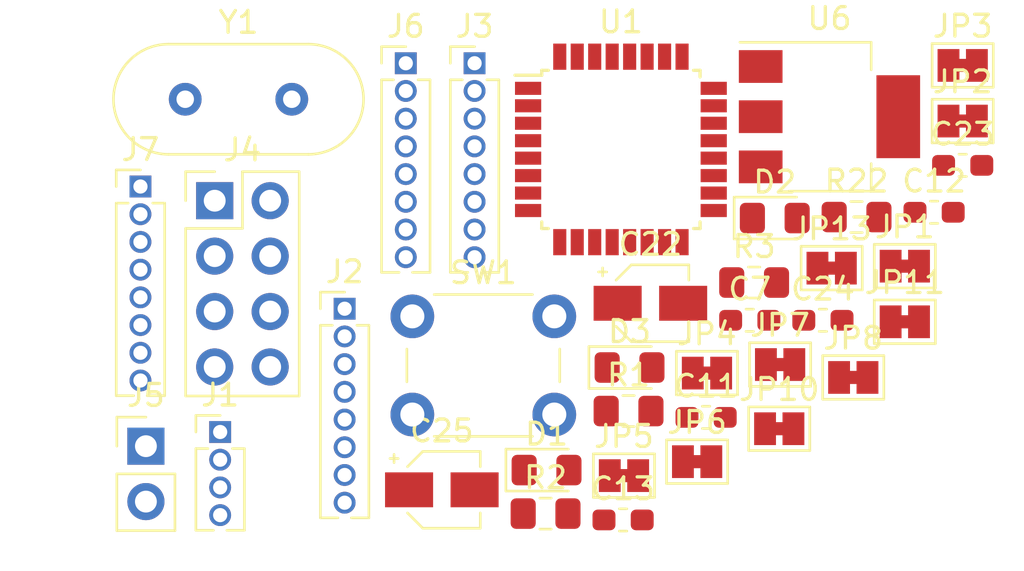
<source format=kicad_pcb>
(kicad_pcb (version 20171130) (host pcbnew 5.0.0-fee4fd1~66~ubuntu18.04.1)

  (general
    (thickness 1.6)
    (drawings 0)
    (tracks 0)
    (zones 0)
    (modules 37)
    (nets 44)
  )

  (page A4)
  (layers
    (0 F.Cu signal)
    (31 B.Cu signal)
    (32 B.Adhes user)
    (33 F.Adhes user)
    (34 B.Paste user)
    (35 F.Paste user)
    (36 B.SilkS user)
    (37 F.SilkS user)
    (38 B.Mask user)
    (39 F.Mask user)
    (40 Dwgs.User user)
    (41 Cmts.User user)
    (42 Eco1.User user)
    (43 Eco2.User user)
    (44 Edge.Cuts user)
    (45 Margin user)
    (46 B.CrtYd user)
    (47 F.CrtYd user)
    (48 B.Fab user)
    (49 F.Fab user)
  )

  (setup
    (last_trace_width 0.25)
    (trace_clearance 0.2)
    (zone_clearance 0.508)
    (zone_45_only no)
    (trace_min 0.2)
    (segment_width 0.2)
    (edge_width 0.15)
    (via_size 0.8)
    (via_drill 0.4)
    (via_min_size 0.4)
    (via_min_drill 0.3)
    (uvia_size 0.3)
    (uvia_drill 0.1)
    (uvias_allowed no)
    (uvia_min_size 0.2)
    (uvia_min_drill 0.1)
    (pcb_text_width 0.3)
    (pcb_text_size 1.5 1.5)
    (mod_edge_width 0.15)
    (mod_text_size 1 1)
    (mod_text_width 0.15)
    (pad_size 1.524 1.524)
    (pad_drill 0.762)
    (pad_to_mask_clearance 0.2)
    (aux_axis_origin 0 0)
    (visible_elements FFFFFF7F)
    (pcbplotparams
      (layerselection 0x010fc_ffffffff)
      (usegerberextensions false)
      (usegerberattributes false)
      (usegerberadvancedattributes false)
      (creategerberjobfile false)
      (excludeedgelayer true)
      (linewidth 0.100000)
      (plotframeref false)
      (viasonmask false)
      (mode 1)
      (useauxorigin false)
      (hpglpennumber 1)
      (hpglpenspeed 20)
      (hpglpendiameter 15.000000)
      (psnegative false)
      (psa4output false)
      (plotreference true)
      (plotvalue true)
      (plotinvisibletext false)
      (padsonsilk false)
      (subtractmaskfromsilk false)
      (outputformat 1)
      (mirror false)
      (drillshape 1)
      (scaleselection 1)
      (outputdirectory ""))
  )

  (net 0 "")
  (net 1 GND)
  (net 2 +3V3)
  (net 3 /NRST)
  (net 4 "Net-(C12-Pad1)")
  (net 5 "Net-(C13-Pad1)")
  (net 6 +5V)
  (net 7 /AVDD)
  (net 8 "Net-(C25-Pad1)")
  (net 9 "Net-(D1-Pad2)")
  (net 10 "Net-(D2-Pad2)")
  (net 11 "Net-(D3-Pad2)")
  (net 12 /PA0)
  (net 13 /PA1)
  (net 14 /PA2)
  (net 15 /PA3)
  (net 16 /PA4)
  (net 17 /PA5)
  (net 18 /PA6)
  (net 19 /PA7)
  (net 20 /PA15)
  (net 21 /PA12)
  (net 22 /PA11)
  (net 23 /PA10)
  (net 24 /PA9)
  (net 25 /PA8)
  (net 26 /PB0)
  (net 27 /PB1)
  (net 28 /PB3)
  (net 29 /PB4)
  (net 30 /PB5)
  (net 31 /PB6)
  (net 32 /PB7)
  (net 33 /PC15)
  (net 34 /PC14)
  (net 35 "Net-(JP1-Pad2)")
  (net 36 "Net-(JP2-Pad2)")
  (net 37 "Net-(JP3-Pad2)")
  (net 38 "Net-(JP4-Pad2)")
  (net 39 /BOOT0)
  (net 40 "Net-(JP5-Pad2)")
  (net 41 "Net-(JP7-Pad2)")
  (net 42 "Net-(JP11-Pad2)")
  (net 43 "Net-(JP13-Pad2)")

  (net_class Default "This is the default net class."
    (clearance 0.2)
    (trace_width 0.25)
    (via_dia 0.8)
    (via_drill 0.4)
    (uvia_dia 0.3)
    (uvia_drill 0.1)
    (add_net +3V3)
    (add_net +5V)
    (add_net /AVDD)
    (add_net /BOOT0)
    (add_net /NRST)
    (add_net /PA0)
    (add_net /PA1)
    (add_net /PA10)
    (add_net /PA11)
    (add_net /PA12)
    (add_net /PA15)
    (add_net /PA2)
    (add_net /PA3)
    (add_net /PA4)
    (add_net /PA5)
    (add_net /PA6)
    (add_net /PA7)
    (add_net /PA8)
    (add_net /PA9)
    (add_net /PB0)
    (add_net /PB1)
    (add_net /PB3)
    (add_net /PB4)
    (add_net /PB5)
    (add_net /PB6)
    (add_net /PB7)
    (add_net /PC14)
    (add_net /PC15)
    (add_net GND)
    (add_net "Net-(C12-Pad1)")
    (add_net "Net-(C13-Pad1)")
    (add_net "Net-(C25-Pad1)")
    (add_net "Net-(D1-Pad2)")
    (add_net "Net-(D2-Pad2)")
    (add_net "Net-(D3-Pad2)")
    (add_net "Net-(JP1-Pad2)")
    (add_net "Net-(JP11-Pad2)")
    (add_net "Net-(JP13-Pad2)")
    (add_net "Net-(JP2-Pad2)")
    (add_net "Net-(JP3-Pad2)")
    (add_net "Net-(JP4-Pad2)")
    (add_net "Net-(JP5-Pad2)")
    (add_net "Net-(JP7-Pad2)")
  )

  (module Capacitor_SMD:C_0603_1608Metric_Pad1.05x0.95mm_HandSolder (layer F.Cu) (tedit 5B301BBE) (tstamp 5BC5080C)
    (at 55.281401 47.346601)
    (descr "Capacitor SMD 0603 (1608 Metric), square (rectangular) end terminal, IPC_7351 nominal with elongated pad for handsoldering. (Body size source: http://www.tortai-tech.com/upload/download/2011102023233369053.pdf), generated with kicad-footprint-generator")
    (tags "capacitor handsolder")
    (path /5BBA3CB9)
    (attr smd)
    (fp_text reference C7 (at 0 -1.43) (layer F.SilkS)
      (effects (font (size 1 1) (thickness 0.15)))
    )
    (fp_text value 100n (at 0 1.43) (layer F.Fab)
      (effects (font (size 1 1) (thickness 0.15)))
    )
    (fp_text user %R (at 0 0) (layer F.Fab)
      (effects (font (size 0.4 0.4) (thickness 0.06)))
    )
    (fp_line (start 1.65 0.73) (end -1.65 0.73) (layer F.CrtYd) (width 0.05))
    (fp_line (start 1.65 -0.73) (end 1.65 0.73) (layer F.CrtYd) (width 0.05))
    (fp_line (start -1.65 -0.73) (end 1.65 -0.73) (layer F.CrtYd) (width 0.05))
    (fp_line (start -1.65 0.73) (end -1.65 -0.73) (layer F.CrtYd) (width 0.05))
    (fp_line (start -0.171267 0.51) (end 0.171267 0.51) (layer F.SilkS) (width 0.12))
    (fp_line (start -0.171267 -0.51) (end 0.171267 -0.51) (layer F.SilkS) (width 0.12))
    (fp_line (start 0.8 0.4) (end -0.8 0.4) (layer F.Fab) (width 0.1))
    (fp_line (start 0.8 -0.4) (end 0.8 0.4) (layer F.Fab) (width 0.1))
    (fp_line (start -0.8 -0.4) (end 0.8 -0.4) (layer F.Fab) (width 0.1))
    (fp_line (start -0.8 0.4) (end -0.8 -0.4) (layer F.Fab) (width 0.1))
    (pad 2 smd roundrect (at 0.875 0) (size 1.05 0.95) (layers F.Cu F.Paste F.Mask) (roundrect_rratio 0.25)
      (net 1 GND))
    (pad 1 smd roundrect (at -0.875 0) (size 1.05 0.95) (layers F.Cu F.Paste F.Mask) (roundrect_rratio 0.25)
      (net 2 +3V3))
    (model ${KISYS3DMOD}/Capacitor_SMD.3dshapes/C_0603_1608Metric.wrl
      (at (xyz 0 0 0))
      (scale (xyz 1 1 1))
      (rotate (xyz 0 0 0))
    )
  )

  (module Capacitor_SMD:C_0603_1608Metric_Pad1.05x0.95mm_HandSolder (layer F.Cu) (tedit 5B301BBE) (tstamp 5BC5081D)
    (at 53.281401 51.796601)
    (descr "Capacitor SMD 0603 (1608 Metric), square (rectangular) end terminal, IPC_7351 nominal with elongated pad for handsoldering. (Body size source: http://www.tortai-tech.com/upload/download/2011102023233369053.pdf), generated with kicad-footprint-generator")
    (tags "capacitor handsolder")
    (path /5BB7AB6E)
    (attr smd)
    (fp_text reference C11 (at 0 -1.43) (layer F.SilkS)
      (effects (font (size 1 1) (thickness 0.15)))
    )
    (fp_text value 100n (at 0 1.43) (layer F.Fab)
      (effects (font (size 1 1) (thickness 0.15)))
    )
    (fp_line (start -0.8 0.4) (end -0.8 -0.4) (layer F.Fab) (width 0.1))
    (fp_line (start -0.8 -0.4) (end 0.8 -0.4) (layer F.Fab) (width 0.1))
    (fp_line (start 0.8 -0.4) (end 0.8 0.4) (layer F.Fab) (width 0.1))
    (fp_line (start 0.8 0.4) (end -0.8 0.4) (layer F.Fab) (width 0.1))
    (fp_line (start -0.171267 -0.51) (end 0.171267 -0.51) (layer F.SilkS) (width 0.12))
    (fp_line (start -0.171267 0.51) (end 0.171267 0.51) (layer F.SilkS) (width 0.12))
    (fp_line (start -1.65 0.73) (end -1.65 -0.73) (layer F.CrtYd) (width 0.05))
    (fp_line (start -1.65 -0.73) (end 1.65 -0.73) (layer F.CrtYd) (width 0.05))
    (fp_line (start 1.65 -0.73) (end 1.65 0.73) (layer F.CrtYd) (width 0.05))
    (fp_line (start 1.65 0.73) (end -1.65 0.73) (layer F.CrtYd) (width 0.05))
    (fp_text user %R (at 0 0) (layer F.Fab)
      (effects (font (size 0.4 0.4) (thickness 0.06)))
    )
    (pad 1 smd roundrect (at -0.875 0) (size 1.05 0.95) (layers F.Cu F.Paste F.Mask) (roundrect_rratio 0.25)
      (net 3 /NRST))
    (pad 2 smd roundrect (at 0.875 0) (size 1.05 0.95) (layers F.Cu F.Paste F.Mask) (roundrect_rratio 0.25)
      (net 1 GND))
    (model ${KISYS3DMOD}/Capacitor_SMD.3dshapes/C_0603_1608Metric.wrl
      (at (xyz 0 0 0))
      (scale (xyz 1 1 1))
      (rotate (xyz 0 0 0))
    )
  )

  (module Capacitor_SMD:C_0603_1608Metric_Pad1.05x0.95mm_HandSolder (layer F.Cu) (tedit 5B301BBE) (tstamp 5BC5082E)
    (at 63.721401 42.396601)
    (descr "Capacitor SMD 0603 (1608 Metric), square (rectangular) end terminal, IPC_7351 nominal with elongated pad for handsoldering. (Body size source: http://www.tortai-tech.com/upload/download/2011102023233369053.pdf), generated with kicad-footprint-generator")
    (tags "capacitor handsolder")
    (path /5BB61973)
    (attr smd)
    (fp_text reference C12 (at 0 -1.43) (layer F.SilkS)
      (effects (font (size 1 1) (thickness 0.15)))
    )
    (fp_text value 4.3p (at 0 1.43) (layer F.Fab)
      (effects (font (size 1 1) (thickness 0.15)))
    )
    (fp_text user %R (at 0 0) (layer F.Fab)
      (effects (font (size 0.4 0.4) (thickness 0.06)))
    )
    (fp_line (start 1.65 0.73) (end -1.65 0.73) (layer F.CrtYd) (width 0.05))
    (fp_line (start 1.65 -0.73) (end 1.65 0.73) (layer F.CrtYd) (width 0.05))
    (fp_line (start -1.65 -0.73) (end 1.65 -0.73) (layer F.CrtYd) (width 0.05))
    (fp_line (start -1.65 0.73) (end -1.65 -0.73) (layer F.CrtYd) (width 0.05))
    (fp_line (start -0.171267 0.51) (end 0.171267 0.51) (layer F.SilkS) (width 0.12))
    (fp_line (start -0.171267 -0.51) (end 0.171267 -0.51) (layer F.SilkS) (width 0.12))
    (fp_line (start 0.8 0.4) (end -0.8 0.4) (layer F.Fab) (width 0.1))
    (fp_line (start 0.8 -0.4) (end 0.8 0.4) (layer F.Fab) (width 0.1))
    (fp_line (start -0.8 -0.4) (end 0.8 -0.4) (layer F.Fab) (width 0.1))
    (fp_line (start -0.8 0.4) (end -0.8 -0.4) (layer F.Fab) (width 0.1))
    (pad 2 smd roundrect (at 0.875 0) (size 1.05 0.95) (layers F.Cu F.Paste F.Mask) (roundrect_rratio 0.25)
      (net 1 GND))
    (pad 1 smd roundrect (at -0.875 0) (size 1.05 0.95) (layers F.Cu F.Paste F.Mask) (roundrect_rratio 0.25)
      (net 4 "Net-(C12-Pad1)"))
    (model ${KISYS3DMOD}/Capacitor_SMD.3dshapes/C_0603_1608Metric.wrl
      (at (xyz 0 0 0))
      (scale (xyz 1 1 1))
      (rotate (xyz 0 0 0))
    )
  )

  (module Capacitor_SMD:C_0603_1608Metric_Pad1.05x0.95mm_HandSolder (layer F.Cu) (tedit 5B301BBE) (tstamp 5BC5083F)
    (at 49.481401 56.496601)
    (descr "Capacitor SMD 0603 (1608 Metric), square (rectangular) end terminal, IPC_7351 nominal with elongated pad for handsoldering. (Body size source: http://www.tortai-tech.com/upload/download/2011102023233369053.pdf), generated with kicad-footprint-generator")
    (tags "capacitor handsolder")
    (path /5BB619B8)
    (attr smd)
    (fp_text reference C13 (at 0 -1.43) (layer F.SilkS)
      (effects (font (size 1 1) (thickness 0.15)))
    )
    (fp_text value 4.3p (at 0 1.43) (layer F.Fab)
      (effects (font (size 1 1) (thickness 0.15)))
    )
    (fp_line (start -0.8 0.4) (end -0.8 -0.4) (layer F.Fab) (width 0.1))
    (fp_line (start -0.8 -0.4) (end 0.8 -0.4) (layer F.Fab) (width 0.1))
    (fp_line (start 0.8 -0.4) (end 0.8 0.4) (layer F.Fab) (width 0.1))
    (fp_line (start 0.8 0.4) (end -0.8 0.4) (layer F.Fab) (width 0.1))
    (fp_line (start -0.171267 -0.51) (end 0.171267 -0.51) (layer F.SilkS) (width 0.12))
    (fp_line (start -0.171267 0.51) (end 0.171267 0.51) (layer F.SilkS) (width 0.12))
    (fp_line (start -1.65 0.73) (end -1.65 -0.73) (layer F.CrtYd) (width 0.05))
    (fp_line (start -1.65 -0.73) (end 1.65 -0.73) (layer F.CrtYd) (width 0.05))
    (fp_line (start 1.65 -0.73) (end 1.65 0.73) (layer F.CrtYd) (width 0.05))
    (fp_line (start 1.65 0.73) (end -1.65 0.73) (layer F.CrtYd) (width 0.05))
    (fp_text user %R (at 0 0) (layer F.Fab)
      (effects (font (size 0.4 0.4) (thickness 0.06)))
    )
    (pad 1 smd roundrect (at -0.875 0) (size 1.05 0.95) (layers F.Cu F.Paste F.Mask) (roundrect_rratio 0.25)
      (net 5 "Net-(C13-Pad1)"))
    (pad 2 smd roundrect (at 0.875 0) (size 1.05 0.95) (layers F.Cu F.Paste F.Mask) (roundrect_rratio 0.25)
      (net 1 GND))
    (model ${KISYS3DMOD}/Capacitor_SMD.3dshapes/C_0603_1608Metric.wrl
      (at (xyz 0 0 0))
      (scale (xyz 1 1 1))
      (rotate (xyz 0 0 0))
    )
  )

  (module Capacitor_SMD:CP_Elec_3x5.4 (layer F.Cu) (tedit 5A841F9D) (tstamp 5BC50863)
    (at 50.731401 46.566601)
    (descr "SMT capacitor, aluminium electrolytic, 3x5.4, Nichicon ")
    (tags "Capacitor Electrolytic")
    (path /5BBBD000)
    (attr smd)
    (fp_text reference C22 (at 0 -2.7) (layer F.SilkS)
      (effects (font (size 1 1) (thickness 0.15)))
    )
    (fp_text value 10u (at 0 2.7) (layer F.Fab)
      (effects (font (size 1 1) (thickness 0.15)))
    )
    (fp_text user %R (at 0 0) (layer F.Fab)
      (effects (font (size 0.6 0.6) (thickness 0.09)))
    )
    (fp_line (start -2.85 1.05) (end -1.78 1.05) (layer F.CrtYd) (width 0.05))
    (fp_line (start -2.85 -1.05) (end -2.85 1.05) (layer F.CrtYd) (width 0.05))
    (fp_line (start -1.78 -1.05) (end -2.85 -1.05) (layer F.CrtYd) (width 0.05))
    (fp_line (start -1.78 -1.05) (end -0.93 -1.9) (layer F.CrtYd) (width 0.05))
    (fp_line (start -1.78 1.05) (end -0.93 1.9) (layer F.CrtYd) (width 0.05))
    (fp_line (start -0.93 -1.9) (end 1.9 -1.9) (layer F.CrtYd) (width 0.05))
    (fp_line (start -0.93 1.9) (end 1.9 1.9) (layer F.CrtYd) (width 0.05))
    (fp_line (start 1.9 1.05) (end 1.9 1.9) (layer F.CrtYd) (width 0.05))
    (fp_line (start 2.85 1.05) (end 1.9 1.05) (layer F.CrtYd) (width 0.05))
    (fp_line (start 2.85 -1.05) (end 2.85 1.05) (layer F.CrtYd) (width 0.05))
    (fp_line (start 1.9 -1.05) (end 2.85 -1.05) (layer F.CrtYd) (width 0.05))
    (fp_line (start 1.9 -1.9) (end 1.9 -1.05) (layer F.CrtYd) (width 0.05))
    (fp_line (start -2.1875 -1.6225) (end -2.1875 -1.2475) (layer F.SilkS) (width 0.12))
    (fp_line (start -2.375 -1.435) (end -2 -1.435) (layer F.SilkS) (width 0.12))
    (fp_line (start -1.570563 1.06) (end -0.870563 1.76) (layer F.SilkS) (width 0.12))
    (fp_line (start -1.570563 -1.06) (end -0.870563 -1.76) (layer F.SilkS) (width 0.12))
    (fp_line (start -0.870563 1.76) (end 1.76 1.76) (layer F.SilkS) (width 0.12))
    (fp_line (start -0.870563 -1.76) (end 1.76 -1.76) (layer F.SilkS) (width 0.12))
    (fp_line (start 1.76 -1.76) (end 1.76 -1.06) (layer F.SilkS) (width 0.12))
    (fp_line (start 1.76 1.76) (end 1.76 1.06) (layer F.SilkS) (width 0.12))
    (fp_line (start -0.960469 -0.95) (end -0.960469 -0.65) (layer F.Fab) (width 0.1))
    (fp_line (start -1.110469 -0.8) (end -0.810469 -0.8) (layer F.Fab) (width 0.1))
    (fp_line (start -1.65 0.825) (end -0.825 1.65) (layer F.Fab) (width 0.1))
    (fp_line (start -1.65 -0.825) (end -0.825 -1.65) (layer F.Fab) (width 0.1))
    (fp_line (start -1.65 -0.825) (end -1.65 0.825) (layer F.Fab) (width 0.1))
    (fp_line (start -0.825 1.65) (end 1.65 1.65) (layer F.Fab) (width 0.1))
    (fp_line (start -0.825 -1.65) (end 1.65 -1.65) (layer F.Fab) (width 0.1))
    (fp_line (start 1.65 -1.65) (end 1.65 1.65) (layer F.Fab) (width 0.1))
    (fp_circle (center 0 0) (end 1.5 0) (layer F.Fab) (width 0.1))
    (pad 2 smd rect (at 1.5 0) (size 2.2 1.6) (layers F.Cu F.Paste F.Mask)
      (net 1 GND))
    (pad 1 smd rect (at -1.5 0) (size 2.2 1.6) (layers F.Cu F.Paste F.Mask)
      (net 6 +5V))
    (model ${KISYS3DMOD}/Capacitor_SMD.3dshapes/CP_Elec_3x5.4.wrl
      (at (xyz 0 0 0))
      (scale (xyz 1 1 1))
      (rotate (xyz 0 0 0))
    )
  )

  (module Capacitor_SMD:C_0603_1608Metric_Pad1.05x0.95mm_HandSolder (layer F.Cu) (tedit 5B301BBE) (tstamp 5BC50874)
    (at 65.031401 40.246601)
    (descr "Capacitor SMD 0603 (1608 Metric), square (rectangular) end terminal, IPC_7351 nominal with elongated pad for handsoldering. (Body size source: http://www.tortai-tech.com/upload/download/2011102023233369053.pdf), generated with kicad-footprint-generator")
    (tags "capacitor handsolder")
    (path /5BBA405A)
    (attr smd)
    (fp_text reference C23 (at 0 -1.43) (layer F.SilkS)
      (effects (font (size 1 1) (thickness 0.15)))
    )
    (fp_text value 100n (at 0 1.43) (layer F.Fab)
      (effects (font (size 1 1) (thickness 0.15)))
    )
    (fp_text user %R (at 0 0) (layer F.Fab)
      (effects (font (size 0.4 0.4) (thickness 0.06)))
    )
    (fp_line (start 1.65 0.73) (end -1.65 0.73) (layer F.CrtYd) (width 0.05))
    (fp_line (start 1.65 -0.73) (end 1.65 0.73) (layer F.CrtYd) (width 0.05))
    (fp_line (start -1.65 -0.73) (end 1.65 -0.73) (layer F.CrtYd) (width 0.05))
    (fp_line (start -1.65 0.73) (end -1.65 -0.73) (layer F.CrtYd) (width 0.05))
    (fp_line (start -0.171267 0.51) (end 0.171267 0.51) (layer F.SilkS) (width 0.12))
    (fp_line (start -0.171267 -0.51) (end 0.171267 -0.51) (layer F.SilkS) (width 0.12))
    (fp_line (start 0.8 0.4) (end -0.8 0.4) (layer F.Fab) (width 0.1))
    (fp_line (start 0.8 -0.4) (end 0.8 0.4) (layer F.Fab) (width 0.1))
    (fp_line (start -0.8 -0.4) (end 0.8 -0.4) (layer F.Fab) (width 0.1))
    (fp_line (start -0.8 0.4) (end -0.8 -0.4) (layer F.Fab) (width 0.1))
    (pad 2 smd roundrect (at 0.875 0) (size 1.05 0.95) (layers F.Cu F.Paste F.Mask) (roundrect_rratio 0.25)
      (net 1 GND))
    (pad 1 smd roundrect (at -0.875 0) (size 1.05 0.95) (layers F.Cu F.Paste F.Mask) (roundrect_rratio 0.25)
      (net 2 +3V3))
    (model ${KISYS3DMOD}/Capacitor_SMD.3dshapes/C_0603_1608Metric.wrl
      (at (xyz 0 0 0))
      (scale (xyz 1 1 1))
      (rotate (xyz 0 0 0))
    )
  )

  (module Capacitor_SMD:C_0603_1608Metric_Pad1.05x0.95mm_HandSolder (layer F.Cu) (tedit 5B301BBE) (tstamp 5BC50885)
    (at 58.631401 47.346601)
    (descr "Capacitor SMD 0603 (1608 Metric), square (rectangular) end terminal, IPC_7351 nominal with elongated pad for handsoldering. (Body size source: http://www.tortai-tech.com/upload/download/2011102023233369053.pdf), generated with kicad-footprint-generator")
    (tags "capacitor handsolder")
    (path /5BBB0D68)
    (attr smd)
    (fp_text reference C24 (at 0 -1.43) (layer F.SilkS)
      (effects (font (size 1 1) (thickness 0.15)))
    )
    (fp_text value 100n (at 0 1.43) (layer F.Fab)
      (effects (font (size 1 1) (thickness 0.15)))
    )
    (fp_line (start -0.8 0.4) (end -0.8 -0.4) (layer F.Fab) (width 0.1))
    (fp_line (start -0.8 -0.4) (end 0.8 -0.4) (layer F.Fab) (width 0.1))
    (fp_line (start 0.8 -0.4) (end 0.8 0.4) (layer F.Fab) (width 0.1))
    (fp_line (start 0.8 0.4) (end -0.8 0.4) (layer F.Fab) (width 0.1))
    (fp_line (start -0.171267 -0.51) (end 0.171267 -0.51) (layer F.SilkS) (width 0.12))
    (fp_line (start -0.171267 0.51) (end 0.171267 0.51) (layer F.SilkS) (width 0.12))
    (fp_line (start -1.65 0.73) (end -1.65 -0.73) (layer F.CrtYd) (width 0.05))
    (fp_line (start -1.65 -0.73) (end 1.65 -0.73) (layer F.CrtYd) (width 0.05))
    (fp_line (start 1.65 -0.73) (end 1.65 0.73) (layer F.CrtYd) (width 0.05))
    (fp_line (start 1.65 0.73) (end -1.65 0.73) (layer F.CrtYd) (width 0.05))
    (fp_text user %R (at 0 0) (layer F.Fab)
      (effects (font (size 0.4 0.4) (thickness 0.06)))
    )
    (pad 1 smd roundrect (at -0.875 0) (size 1.05 0.95) (layers F.Cu F.Paste F.Mask) (roundrect_rratio 0.25)
      (net 7 /AVDD))
    (pad 2 smd roundrect (at 0.875 0) (size 1.05 0.95) (layers F.Cu F.Paste F.Mask) (roundrect_rratio 0.25)
      (net 1 GND))
    (model ${KISYS3DMOD}/Capacitor_SMD.3dshapes/C_0603_1608Metric.wrl
      (at (xyz 0 0 0))
      (scale (xyz 1 1 1))
      (rotate (xyz 0 0 0))
    )
  )

  (module Capacitor_SMD:CP_Elec_3x5.4 (layer F.Cu) (tedit 5A841F9D) (tstamp 5BC508A9)
    (at 41.181401 55.116601)
    (descr "SMT capacitor, aluminium electrolytic, 3x5.4, Nichicon ")
    (tags "Capacitor Electrolytic")
    (path /5BBBD07A)
    (attr smd)
    (fp_text reference C25 (at 0 -2.7) (layer F.SilkS)
      (effects (font (size 1 1) (thickness 0.15)))
    )
    (fp_text value 10u (at 0 2.7) (layer F.Fab)
      (effects (font (size 1 1) (thickness 0.15)))
    )
    (fp_circle (center 0 0) (end 1.5 0) (layer F.Fab) (width 0.1))
    (fp_line (start 1.65 -1.65) (end 1.65 1.65) (layer F.Fab) (width 0.1))
    (fp_line (start -0.825 -1.65) (end 1.65 -1.65) (layer F.Fab) (width 0.1))
    (fp_line (start -0.825 1.65) (end 1.65 1.65) (layer F.Fab) (width 0.1))
    (fp_line (start -1.65 -0.825) (end -1.65 0.825) (layer F.Fab) (width 0.1))
    (fp_line (start -1.65 -0.825) (end -0.825 -1.65) (layer F.Fab) (width 0.1))
    (fp_line (start -1.65 0.825) (end -0.825 1.65) (layer F.Fab) (width 0.1))
    (fp_line (start -1.110469 -0.8) (end -0.810469 -0.8) (layer F.Fab) (width 0.1))
    (fp_line (start -0.960469 -0.95) (end -0.960469 -0.65) (layer F.Fab) (width 0.1))
    (fp_line (start 1.76 1.76) (end 1.76 1.06) (layer F.SilkS) (width 0.12))
    (fp_line (start 1.76 -1.76) (end 1.76 -1.06) (layer F.SilkS) (width 0.12))
    (fp_line (start -0.870563 -1.76) (end 1.76 -1.76) (layer F.SilkS) (width 0.12))
    (fp_line (start -0.870563 1.76) (end 1.76 1.76) (layer F.SilkS) (width 0.12))
    (fp_line (start -1.570563 -1.06) (end -0.870563 -1.76) (layer F.SilkS) (width 0.12))
    (fp_line (start -1.570563 1.06) (end -0.870563 1.76) (layer F.SilkS) (width 0.12))
    (fp_line (start -2.375 -1.435) (end -2 -1.435) (layer F.SilkS) (width 0.12))
    (fp_line (start -2.1875 -1.6225) (end -2.1875 -1.2475) (layer F.SilkS) (width 0.12))
    (fp_line (start 1.9 -1.9) (end 1.9 -1.05) (layer F.CrtYd) (width 0.05))
    (fp_line (start 1.9 -1.05) (end 2.85 -1.05) (layer F.CrtYd) (width 0.05))
    (fp_line (start 2.85 -1.05) (end 2.85 1.05) (layer F.CrtYd) (width 0.05))
    (fp_line (start 2.85 1.05) (end 1.9 1.05) (layer F.CrtYd) (width 0.05))
    (fp_line (start 1.9 1.05) (end 1.9 1.9) (layer F.CrtYd) (width 0.05))
    (fp_line (start -0.93 1.9) (end 1.9 1.9) (layer F.CrtYd) (width 0.05))
    (fp_line (start -0.93 -1.9) (end 1.9 -1.9) (layer F.CrtYd) (width 0.05))
    (fp_line (start -1.78 1.05) (end -0.93 1.9) (layer F.CrtYd) (width 0.05))
    (fp_line (start -1.78 -1.05) (end -0.93 -1.9) (layer F.CrtYd) (width 0.05))
    (fp_line (start -1.78 -1.05) (end -2.85 -1.05) (layer F.CrtYd) (width 0.05))
    (fp_line (start -2.85 -1.05) (end -2.85 1.05) (layer F.CrtYd) (width 0.05))
    (fp_line (start -2.85 1.05) (end -1.78 1.05) (layer F.CrtYd) (width 0.05))
    (fp_text user %R (at 0 0) (layer F.Fab)
      (effects (font (size 0.6 0.6) (thickness 0.09)))
    )
    (pad 1 smd rect (at -1.5 0) (size 2.2 1.6) (layers F.Cu F.Paste F.Mask)
      (net 8 "Net-(C25-Pad1)"))
    (pad 2 smd rect (at 1.5 0) (size 2.2 1.6) (layers F.Cu F.Paste F.Mask)
      (net 1 GND))
    (model ${KISYS3DMOD}/Capacitor_SMD.3dshapes/CP_Elec_3x5.4.wrl
      (at (xyz 0 0 0))
      (scale (xyz 1 1 1))
      (rotate (xyz 0 0 0))
    )
  )

  (module LED_SMD:LED_0805_2012Metric_Pad1.15x1.40mm_HandSolder (layer F.Cu) (tedit 5B4B45C9) (tstamp 5BC508BC)
    (at 45.976401 54.211601)
    (descr "LED SMD 0805 (2012 Metric), square (rectangular) end terminal, IPC_7351 nominal, (Body size source: https://docs.google.com/spreadsheets/d/1BsfQQcO9C6DZCsRaXUlFlo91Tg2WpOkGARC1WS5S8t0/edit?usp=sharing), generated with kicad-footprint-generator")
    (tags "LED handsolder")
    (path /5BDB82F2)
    (attr smd)
    (fp_text reference D1 (at 0 -1.65) (layer F.SilkS)
      (effects (font (size 1 1) (thickness 0.15)))
    )
    (fp_text value LED (at 0 1.65) (layer F.Fab)
      (effects (font (size 1 1) (thickness 0.15)))
    )
    (fp_line (start 1 -0.6) (end -0.7 -0.6) (layer F.Fab) (width 0.1))
    (fp_line (start -0.7 -0.6) (end -1 -0.3) (layer F.Fab) (width 0.1))
    (fp_line (start -1 -0.3) (end -1 0.6) (layer F.Fab) (width 0.1))
    (fp_line (start -1 0.6) (end 1 0.6) (layer F.Fab) (width 0.1))
    (fp_line (start 1 0.6) (end 1 -0.6) (layer F.Fab) (width 0.1))
    (fp_line (start 1 -0.96) (end -1.86 -0.96) (layer F.SilkS) (width 0.12))
    (fp_line (start -1.86 -0.96) (end -1.86 0.96) (layer F.SilkS) (width 0.12))
    (fp_line (start -1.86 0.96) (end 1 0.96) (layer F.SilkS) (width 0.12))
    (fp_line (start -1.85 0.95) (end -1.85 -0.95) (layer F.CrtYd) (width 0.05))
    (fp_line (start -1.85 -0.95) (end 1.85 -0.95) (layer F.CrtYd) (width 0.05))
    (fp_line (start 1.85 -0.95) (end 1.85 0.95) (layer F.CrtYd) (width 0.05))
    (fp_line (start 1.85 0.95) (end -1.85 0.95) (layer F.CrtYd) (width 0.05))
    (fp_text user %R (at 0 0) (layer F.Fab)
      (effects (font (size 0.5 0.5) (thickness 0.08)))
    )
    (pad 1 smd roundrect (at -1.025 0) (size 1.15 1.4) (layers F.Cu F.Paste F.Mask) (roundrect_rratio 0.217391)
      (net 1 GND))
    (pad 2 smd roundrect (at 1.025 0) (size 1.15 1.4) (layers F.Cu F.Paste F.Mask) (roundrect_rratio 0.217391)
      (net 9 "Net-(D1-Pad2)"))
    (model ${KISYS3DMOD}/LED_SMD.3dshapes/LED_0805_2012Metric.wrl
      (at (xyz 0 0 0))
      (scale (xyz 1 1 1))
      (rotate (xyz 0 0 0))
    )
  )

  (module LED_SMD:LED_0805_2012Metric_Pad1.15x1.40mm_HandSolder (layer F.Cu) (tedit 5B4B45C9) (tstamp 5BC508CF)
    (at 56.426401 42.661601)
    (descr "LED SMD 0805 (2012 Metric), square (rectangular) end terminal, IPC_7351 nominal, (Body size source: https://docs.google.com/spreadsheets/d/1BsfQQcO9C6DZCsRaXUlFlo91Tg2WpOkGARC1WS5S8t0/edit?usp=sharing), generated with kicad-footprint-generator")
    (tags "LED handsolder")
    (path /5BBEAB1D)
    (attr smd)
    (fp_text reference D2 (at 0 -1.65) (layer F.SilkS)
      (effects (font (size 1 1) (thickness 0.15)))
    )
    (fp_text value RED (at 0 1.65) (layer F.Fab)
      (effects (font (size 1 1) (thickness 0.15)))
    )
    (fp_line (start 1 -0.6) (end -0.7 -0.6) (layer F.Fab) (width 0.1))
    (fp_line (start -0.7 -0.6) (end -1 -0.3) (layer F.Fab) (width 0.1))
    (fp_line (start -1 -0.3) (end -1 0.6) (layer F.Fab) (width 0.1))
    (fp_line (start -1 0.6) (end 1 0.6) (layer F.Fab) (width 0.1))
    (fp_line (start 1 0.6) (end 1 -0.6) (layer F.Fab) (width 0.1))
    (fp_line (start 1 -0.96) (end -1.86 -0.96) (layer F.SilkS) (width 0.12))
    (fp_line (start -1.86 -0.96) (end -1.86 0.96) (layer F.SilkS) (width 0.12))
    (fp_line (start -1.86 0.96) (end 1 0.96) (layer F.SilkS) (width 0.12))
    (fp_line (start -1.85 0.95) (end -1.85 -0.95) (layer F.CrtYd) (width 0.05))
    (fp_line (start -1.85 -0.95) (end 1.85 -0.95) (layer F.CrtYd) (width 0.05))
    (fp_line (start 1.85 -0.95) (end 1.85 0.95) (layer F.CrtYd) (width 0.05))
    (fp_line (start 1.85 0.95) (end -1.85 0.95) (layer F.CrtYd) (width 0.05))
    (fp_text user %R (at 0 0) (layer F.Fab)
      (effects (font (size 0.5 0.5) (thickness 0.08)))
    )
    (pad 1 smd roundrect (at -1.025 0) (size 1.15 1.4) (layers F.Cu F.Paste F.Mask) (roundrect_rratio 0.217391)
      (net 1 GND))
    (pad 2 smd roundrect (at 1.025 0) (size 1.15 1.4) (layers F.Cu F.Paste F.Mask) (roundrect_rratio 0.217391)
      (net 10 "Net-(D2-Pad2)"))
    (model ${KISYS3DMOD}/LED_SMD.3dshapes/LED_0805_2012Metric.wrl
      (at (xyz 0 0 0))
      (scale (xyz 1 1 1))
      (rotate (xyz 0 0 0))
    )
  )

  (module LED_SMD:LED_0805_2012Metric_Pad1.15x1.40mm_HandSolder (layer F.Cu) (tedit 5B4B45C9) (tstamp 5BC508E2)
    (at 49.776401 49.511601)
    (descr "LED SMD 0805 (2012 Metric), square (rectangular) end terminal, IPC_7351 nominal, (Body size source: https://docs.google.com/spreadsheets/d/1BsfQQcO9C6DZCsRaXUlFlo91Tg2WpOkGARC1WS5S8t0/edit?usp=sharing), generated with kicad-footprint-generator")
    (tags "LED handsolder")
    (path /5BC18F75)
    (attr smd)
    (fp_text reference D3 (at 0 -1.65) (layer F.SilkS)
      (effects (font (size 1 1) (thickness 0.15)))
    )
    (fp_text value RED (at 0 1.65) (layer F.Fab)
      (effects (font (size 1 1) (thickness 0.15)))
    )
    (fp_text user %R (at 0 0) (layer F.Fab)
      (effects (font (size 0.5 0.5) (thickness 0.08)))
    )
    (fp_line (start 1.85 0.95) (end -1.85 0.95) (layer F.CrtYd) (width 0.05))
    (fp_line (start 1.85 -0.95) (end 1.85 0.95) (layer F.CrtYd) (width 0.05))
    (fp_line (start -1.85 -0.95) (end 1.85 -0.95) (layer F.CrtYd) (width 0.05))
    (fp_line (start -1.85 0.95) (end -1.85 -0.95) (layer F.CrtYd) (width 0.05))
    (fp_line (start -1.86 0.96) (end 1 0.96) (layer F.SilkS) (width 0.12))
    (fp_line (start -1.86 -0.96) (end -1.86 0.96) (layer F.SilkS) (width 0.12))
    (fp_line (start 1 -0.96) (end -1.86 -0.96) (layer F.SilkS) (width 0.12))
    (fp_line (start 1 0.6) (end 1 -0.6) (layer F.Fab) (width 0.1))
    (fp_line (start -1 0.6) (end 1 0.6) (layer F.Fab) (width 0.1))
    (fp_line (start -1 -0.3) (end -1 0.6) (layer F.Fab) (width 0.1))
    (fp_line (start -0.7 -0.6) (end -1 -0.3) (layer F.Fab) (width 0.1))
    (fp_line (start 1 -0.6) (end -0.7 -0.6) (layer F.Fab) (width 0.1))
    (pad 2 smd roundrect (at 1.025 0) (size 1.15 1.4) (layers F.Cu F.Paste F.Mask) (roundrect_rratio 0.217391)
      (net 11 "Net-(D3-Pad2)"))
    (pad 1 smd roundrect (at -1.025 0) (size 1.15 1.4) (layers F.Cu F.Paste F.Mask) (roundrect_rratio 0.217391)
      (net 1 GND))
    (model ${KISYS3DMOD}/LED_SMD.3dshapes/LED_0805_2012Metric.wrl
      (at (xyz 0 0 0))
      (scale (xyz 1 1 1))
      (rotate (xyz 0 0 0))
    )
  )

  (module Connector_PinHeader_1.27mm:PinHeader_1x04_P1.27mm_Vertical (layer F.Cu) (tedit 59FED6E3) (tstamp 5BC508FC)
    (at 31.031401 52.466601)
    (descr "Through hole straight pin header, 1x04, 1.27mm pitch, single row")
    (tags "Through hole pin header THT 1x04 1.27mm single row")
    (path /5C016680)
    (fp_text reference J1 (at 0 -1.695) (layer F.SilkS)
      (effects (font (size 1 1) (thickness 0.15)))
    )
    (fp_text value Conn_01x04 (at 0 5.505) (layer F.Fab)
      (effects (font (size 1 1) (thickness 0.15)))
    )
    (fp_line (start -0.525 -0.635) (end 1.05 -0.635) (layer F.Fab) (width 0.1))
    (fp_line (start 1.05 -0.635) (end 1.05 4.445) (layer F.Fab) (width 0.1))
    (fp_line (start 1.05 4.445) (end -1.05 4.445) (layer F.Fab) (width 0.1))
    (fp_line (start -1.05 4.445) (end -1.05 -0.11) (layer F.Fab) (width 0.1))
    (fp_line (start -1.05 -0.11) (end -0.525 -0.635) (layer F.Fab) (width 0.1))
    (fp_line (start -1.11 4.505) (end -0.30753 4.505) (layer F.SilkS) (width 0.12))
    (fp_line (start 0.30753 4.505) (end 1.11 4.505) (layer F.SilkS) (width 0.12))
    (fp_line (start -1.11 0.76) (end -1.11 4.505) (layer F.SilkS) (width 0.12))
    (fp_line (start 1.11 0.76) (end 1.11 4.505) (layer F.SilkS) (width 0.12))
    (fp_line (start -1.11 0.76) (end -0.563471 0.76) (layer F.SilkS) (width 0.12))
    (fp_line (start 0.563471 0.76) (end 1.11 0.76) (layer F.SilkS) (width 0.12))
    (fp_line (start -1.11 0) (end -1.11 -0.76) (layer F.SilkS) (width 0.12))
    (fp_line (start -1.11 -0.76) (end 0 -0.76) (layer F.SilkS) (width 0.12))
    (fp_line (start -1.55 -1.15) (end -1.55 4.95) (layer F.CrtYd) (width 0.05))
    (fp_line (start -1.55 4.95) (end 1.55 4.95) (layer F.CrtYd) (width 0.05))
    (fp_line (start 1.55 4.95) (end 1.55 -1.15) (layer F.CrtYd) (width 0.05))
    (fp_line (start 1.55 -1.15) (end -1.55 -1.15) (layer F.CrtYd) (width 0.05))
    (fp_text user %R (at 0 1.905 90) (layer F.Fab)
      (effects (font (size 1 1) (thickness 0.15)))
    )
    (pad 1 thru_hole rect (at 0 0) (size 1 1) (drill 0.65) (layers *.Cu *.Mask)
      (net 6 +5V))
    (pad 2 thru_hole oval (at 0 1.27) (size 1 1) (drill 0.65) (layers *.Cu *.Mask)
      (net 2 +3V3))
    (pad 3 thru_hole oval (at 0 2.54) (size 1 1) (drill 0.65) (layers *.Cu *.Mask))
    (pad 4 thru_hole oval (at 0 3.81) (size 1 1) (drill 0.65) (layers *.Cu *.Mask)
      (net 1 GND))
    (model ${KISYS3DMOD}/Connector_PinHeader_1.27mm.3dshapes/PinHeader_1x04_P1.27mm_Vertical.wrl
      (at (xyz 0 0 0))
      (scale (xyz 1 1 1))
      (rotate (xyz 0 0 0))
    )
  )

  (module Connector_PinHeader_1.27mm:PinHeader_1x08_P1.27mm_Vertical (layer F.Cu) (tedit 59FED6E3) (tstamp 5BC5091A)
    (at 36.731401 46.816601)
    (descr "Through hole straight pin header, 1x08, 1.27mm pitch, single row")
    (tags "Through hole pin header THT 1x08 1.27mm single row")
    (path /5BB62B28)
    (fp_text reference J2 (at 0 -1.695) (layer F.SilkS)
      (effects (font (size 1 1) (thickness 0.15)))
    )
    (fp_text value Conn_01x08 (at 0 10.585) (layer F.Fab)
      (effects (font (size 1 1) (thickness 0.15)))
    )
    (fp_line (start -0.525 -0.635) (end 1.05 -0.635) (layer F.Fab) (width 0.1))
    (fp_line (start 1.05 -0.635) (end 1.05 9.525) (layer F.Fab) (width 0.1))
    (fp_line (start 1.05 9.525) (end -1.05 9.525) (layer F.Fab) (width 0.1))
    (fp_line (start -1.05 9.525) (end -1.05 -0.11) (layer F.Fab) (width 0.1))
    (fp_line (start -1.05 -0.11) (end -0.525 -0.635) (layer F.Fab) (width 0.1))
    (fp_line (start -1.11 9.585) (end -0.30753 9.585) (layer F.SilkS) (width 0.12))
    (fp_line (start 0.30753 9.585) (end 1.11 9.585) (layer F.SilkS) (width 0.12))
    (fp_line (start -1.11 0.76) (end -1.11 9.585) (layer F.SilkS) (width 0.12))
    (fp_line (start 1.11 0.76) (end 1.11 9.585) (layer F.SilkS) (width 0.12))
    (fp_line (start -1.11 0.76) (end -0.563471 0.76) (layer F.SilkS) (width 0.12))
    (fp_line (start 0.563471 0.76) (end 1.11 0.76) (layer F.SilkS) (width 0.12))
    (fp_line (start -1.11 0) (end -1.11 -0.76) (layer F.SilkS) (width 0.12))
    (fp_line (start -1.11 -0.76) (end 0 -0.76) (layer F.SilkS) (width 0.12))
    (fp_line (start -1.55 -1.15) (end -1.55 10.05) (layer F.CrtYd) (width 0.05))
    (fp_line (start -1.55 10.05) (end 1.55 10.05) (layer F.CrtYd) (width 0.05))
    (fp_line (start 1.55 10.05) (end 1.55 -1.15) (layer F.CrtYd) (width 0.05))
    (fp_line (start 1.55 -1.15) (end -1.55 -1.15) (layer F.CrtYd) (width 0.05))
    (fp_text user %R (at 0 4.445 90) (layer F.Fab)
      (effects (font (size 1 1) (thickness 0.15)))
    )
    (pad 1 thru_hole rect (at 0 0) (size 1 1) (drill 0.65) (layers *.Cu *.Mask)
      (net 12 /PA0))
    (pad 2 thru_hole oval (at 0 1.27) (size 1 1) (drill 0.65) (layers *.Cu *.Mask)
      (net 13 /PA1))
    (pad 3 thru_hole oval (at 0 2.54) (size 1 1) (drill 0.65) (layers *.Cu *.Mask)
      (net 14 /PA2))
    (pad 4 thru_hole oval (at 0 3.81) (size 1 1) (drill 0.65) (layers *.Cu *.Mask)
      (net 15 /PA3))
    (pad 5 thru_hole oval (at 0 5.08) (size 1 1) (drill 0.65) (layers *.Cu *.Mask)
      (net 16 /PA4))
    (pad 6 thru_hole oval (at 0 6.35) (size 1 1) (drill 0.65) (layers *.Cu *.Mask)
      (net 17 /PA5))
    (pad 7 thru_hole oval (at 0 7.62) (size 1 1) (drill 0.65) (layers *.Cu *.Mask)
      (net 18 /PA6))
    (pad 8 thru_hole oval (at 0 8.89) (size 1 1) (drill 0.65) (layers *.Cu *.Mask)
      (net 19 /PA7))
    (model ${KISYS3DMOD}/Connector_PinHeader_1.27mm.3dshapes/PinHeader_1x08_P1.27mm_Vertical.wrl
      (at (xyz 0 0 0))
      (scale (xyz 1 1 1))
      (rotate (xyz 0 0 0))
    )
  )

  (module Connector_PinHeader_1.27mm:PinHeader_1x08_P1.27mm_Vertical (layer F.Cu) (tedit 59FED6E3) (tstamp 5BC50938)
    (at 42.681401 35.566601)
    (descr "Through hole straight pin header, 1x08, 1.27mm pitch, single row")
    (tags "Through hole pin header THT 1x08 1.27mm single row")
    (path /5BB62B91)
    (fp_text reference J3 (at 0 -1.695) (layer F.SilkS)
      (effects (font (size 1 1) (thickness 0.15)))
    )
    (fp_text value Conn_01x08 (at 0 10.585) (layer F.Fab)
      (effects (font (size 1 1) (thickness 0.15)))
    )
    (fp_text user %R (at 0 4.445 90) (layer F.Fab)
      (effects (font (size 1 1) (thickness 0.15)))
    )
    (fp_line (start 1.55 -1.15) (end -1.55 -1.15) (layer F.CrtYd) (width 0.05))
    (fp_line (start 1.55 10.05) (end 1.55 -1.15) (layer F.CrtYd) (width 0.05))
    (fp_line (start -1.55 10.05) (end 1.55 10.05) (layer F.CrtYd) (width 0.05))
    (fp_line (start -1.55 -1.15) (end -1.55 10.05) (layer F.CrtYd) (width 0.05))
    (fp_line (start -1.11 -0.76) (end 0 -0.76) (layer F.SilkS) (width 0.12))
    (fp_line (start -1.11 0) (end -1.11 -0.76) (layer F.SilkS) (width 0.12))
    (fp_line (start 0.563471 0.76) (end 1.11 0.76) (layer F.SilkS) (width 0.12))
    (fp_line (start -1.11 0.76) (end -0.563471 0.76) (layer F.SilkS) (width 0.12))
    (fp_line (start 1.11 0.76) (end 1.11 9.585) (layer F.SilkS) (width 0.12))
    (fp_line (start -1.11 0.76) (end -1.11 9.585) (layer F.SilkS) (width 0.12))
    (fp_line (start 0.30753 9.585) (end 1.11 9.585) (layer F.SilkS) (width 0.12))
    (fp_line (start -1.11 9.585) (end -0.30753 9.585) (layer F.SilkS) (width 0.12))
    (fp_line (start -1.05 -0.11) (end -0.525 -0.635) (layer F.Fab) (width 0.1))
    (fp_line (start -1.05 9.525) (end -1.05 -0.11) (layer F.Fab) (width 0.1))
    (fp_line (start 1.05 9.525) (end -1.05 9.525) (layer F.Fab) (width 0.1))
    (fp_line (start 1.05 -0.635) (end 1.05 9.525) (layer F.Fab) (width 0.1))
    (fp_line (start -0.525 -0.635) (end 1.05 -0.635) (layer F.Fab) (width 0.1))
    (pad 8 thru_hole oval (at 0 8.89) (size 1 1) (drill 0.65) (layers *.Cu *.Mask)
      (net 20 /PA15))
    (pad 7 thru_hole oval (at 0 7.62) (size 1 1) (drill 0.65) (layers *.Cu *.Mask))
    (pad 6 thru_hole oval (at 0 6.35) (size 1 1) (drill 0.65) (layers *.Cu *.Mask))
    (pad 5 thru_hole oval (at 0 5.08) (size 1 1) (drill 0.65) (layers *.Cu *.Mask)
      (net 21 /PA12))
    (pad 4 thru_hole oval (at 0 3.81) (size 1 1) (drill 0.65) (layers *.Cu *.Mask)
      (net 22 /PA11))
    (pad 3 thru_hole oval (at 0 2.54) (size 1 1) (drill 0.65) (layers *.Cu *.Mask)
      (net 23 /PA10))
    (pad 2 thru_hole oval (at 0 1.27) (size 1 1) (drill 0.65) (layers *.Cu *.Mask)
      (net 24 /PA9))
    (pad 1 thru_hole rect (at 0 0) (size 1 1) (drill 0.65) (layers *.Cu *.Mask)
      (net 25 /PA8))
    (model ${KISYS3DMOD}/Connector_PinHeader_1.27mm.3dshapes/PinHeader_1x08_P1.27mm_Vertical.wrl
      (at (xyz 0 0 0))
      (scale (xyz 1 1 1))
      (rotate (xyz 0 0 0))
    )
  )

  (module Connector_PinHeader_2.54mm:PinHeader_2x04_P2.54mm_Vertical (layer F.Cu) (tedit 59FED5CC) (tstamp 5BC50956)
    (at 30.781401 41.866601)
    (descr "Through hole straight pin header, 2x04, 2.54mm pitch, double rows")
    (tags "Through hole pin header THT 2x04 2.54mm double row")
    (path /5BF2C9AE)
    (fp_text reference J4 (at 1.27 -2.33) (layer F.SilkS)
      (effects (font (size 1 1) (thickness 0.15)))
    )
    (fp_text value Conn_02x04_Row_Letter_First (at 1.27 9.95) (layer F.Fab)
      (effects (font (size 1 1) (thickness 0.15)))
    )
    (fp_line (start 0 -1.27) (end 3.81 -1.27) (layer F.Fab) (width 0.1))
    (fp_line (start 3.81 -1.27) (end 3.81 8.89) (layer F.Fab) (width 0.1))
    (fp_line (start 3.81 8.89) (end -1.27 8.89) (layer F.Fab) (width 0.1))
    (fp_line (start -1.27 8.89) (end -1.27 0) (layer F.Fab) (width 0.1))
    (fp_line (start -1.27 0) (end 0 -1.27) (layer F.Fab) (width 0.1))
    (fp_line (start -1.33 8.95) (end 3.87 8.95) (layer F.SilkS) (width 0.12))
    (fp_line (start -1.33 1.27) (end -1.33 8.95) (layer F.SilkS) (width 0.12))
    (fp_line (start 3.87 -1.33) (end 3.87 8.95) (layer F.SilkS) (width 0.12))
    (fp_line (start -1.33 1.27) (end 1.27 1.27) (layer F.SilkS) (width 0.12))
    (fp_line (start 1.27 1.27) (end 1.27 -1.33) (layer F.SilkS) (width 0.12))
    (fp_line (start 1.27 -1.33) (end 3.87 -1.33) (layer F.SilkS) (width 0.12))
    (fp_line (start -1.33 0) (end -1.33 -1.33) (layer F.SilkS) (width 0.12))
    (fp_line (start -1.33 -1.33) (end 0 -1.33) (layer F.SilkS) (width 0.12))
    (fp_line (start -1.8 -1.8) (end -1.8 9.4) (layer F.CrtYd) (width 0.05))
    (fp_line (start -1.8 9.4) (end 4.35 9.4) (layer F.CrtYd) (width 0.05))
    (fp_line (start 4.35 9.4) (end 4.35 -1.8) (layer F.CrtYd) (width 0.05))
    (fp_line (start 4.35 -1.8) (end -1.8 -1.8) (layer F.CrtYd) (width 0.05))
    (fp_text user %R (at 1.27 3.81 90) (layer F.Fab)
      (effects (font (size 1 1) (thickness 0.15)))
    )
    (pad 1 thru_hole rect (at 0 0) (size 1.7 1.7) (drill 1) (layers *.Cu *.Mask))
    (pad 2 thru_hole oval (at 2.54 0) (size 1.7 1.7) (drill 1) (layers *.Cu *.Mask))
    (pad 3 thru_hole oval (at 0 2.54) (size 1.7 1.7) (drill 1) (layers *.Cu *.Mask))
    (pad 4 thru_hole oval (at 2.54 2.54) (size 1.7 1.7) (drill 1) (layers *.Cu *.Mask))
    (pad 5 thru_hole oval (at 0 5.08) (size 1.7 1.7) (drill 1) (layers *.Cu *.Mask))
    (pad 6 thru_hole oval (at 2.54 5.08) (size 1.7 1.7) (drill 1) (layers *.Cu *.Mask))
    (pad 7 thru_hole oval (at 0 7.62) (size 1.7 1.7) (drill 1) (layers *.Cu *.Mask))
    (pad 8 thru_hole oval (at 2.54 7.62) (size 1.7 1.7) (drill 1) (layers *.Cu *.Mask))
    (model ${KISYS3DMOD}/Connector_PinHeader_2.54mm.3dshapes/PinHeader_2x04_P2.54mm_Vertical.wrl
      (at (xyz 0 0 0))
      (scale (xyz 1 1 1))
      (rotate (xyz 0 0 0))
    )
  )

  (module Connector_PinHeader_2.54mm:PinHeader_1x02_P2.54mm_Vertical (layer F.Cu) (tedit 59FED5CC) (tstamp 5BC5096C)
    (at 27.631401 53.116601)
    (descr "Through hole straight pin header, 1x02, 2.54mm pitch, single row")
    (tags "Through hole pin header THT 1x02 2.54mm single row")
    (path /5BC26D28)
    (fp_text reference J5 (at 0 -2.33) (layer F.SilkS)
      (effects (font (size 1 1) (thickness 0.15)))
    )
    (fp_text value Conn_01x02 (at 0 4.87) (layer F.Fab)
      (effects (font (size 1 1) (thickness 0.15)))
    )
    (fp_line (start -0.635 -1.27) (end 1.27 -1.27) (layer F.Fab) (width 0.1))
    (fp_line (start 1.27 -1.27) (end 1.27 3.81) (layer F.Fab) (width 0.1))
    (fp_line (start 1.27 3.81) (end -1.27 3.81) (layer F.Fab) (width 0.1))
    (fp_line (start -1.27 3.81) (end -1.27 -0.635) (layer F.Fab) (width 0.1))
    (fp_line (start -1.27 -0.635) (end -0.635 -1.27) (layer F.Fab) (width 0.1))
    (fp_line (start -1.33 3.87) (end 1.33 3.87) (layer F.SilkS) (width 0.12))
    (fp_line (start -1.33 1.27) (end -1.33 3.87) (layer F.SilkS) (width 0.12))
    (fp_line (start 1.33 1.27) (end 1.33 3.87) (layer F.SilkS) (width 0.12))
    (fp_line (start -1.33 1.27) (end 1.33 1.27) (layer F.SilkS) (width 0.12))
    (fp_line (start -1.33 0) (end -1.33 -1.33) (layer F.SilkS) (width 0.12))
    (fp_line (start -1.33 -1.33) (end 0 -1.33) (layer F.SilkS) (width 0.12))
    (fp_line (start -1.8 -1.8) (end -1.8 4.35) (layer F.CrtYd) (width 0.05))
    (fp_line (start -1.8 4.35) (end 1.8 4.35) (layer F.CrtYd) (width 0.05))
    (fp_line (start 1.8 4.35) (end 1.8 -1.8) (layer F.CrtYd) (width 0.05))
    (fp_line (start 1.8 -1.8) (end -1.8 -1.8) (layer F.CrtYd) (width 0.05))
    (fp_text user %R (at 0 1.27 90) (layer F.Fab)
      (effects (font (size 1 1) (thickness 0.15)))
    )
    (pad 1 thru_hole rect (at 0 0) (size 1.7 1.7) (drill 1) (layers *.Cu *.Mask)
      (net 8 "Net-(C25-Pad1)"))
    (pad 2 thru_hole oval (at 0 2.54) (size 1.7 1.7) (drill 1) (layers *.Cu *.Mask)
      (net 2 +3V3))
    (model ${KISYS3DMOD}/Connector_PinHeader_2.54mm.3dshapes/PinHeader_1x02_P2.54mm_Vertical.wrl
      (at (xyz 0 0 0))
      (scale (xyz 1 1 1))
      (rotate (xyz 0 0 0))
    )
  )

  (module Connector_PinHeader_1.27mm:PinHeader_1x08_P1.27mm_Vertical (layer F.Cu) (tedit 59FED6E3) (tstamp 5BC5098A)
    (at 39.531401 35.566601)
    (descr "Through hole straight pin header, 1x08, 1.27mm pitch, single row")
    (tags "Through hole pin header THT 1x08 1.27mm single row")
    (path /5BB62CC3)
    (fp_text reference J6 (at 0 -1.695) (layer F.SilkS)
      (effects (font (size 1 1) (thickness 0.15)))
    )
    (fp_text value Conn_01x08 (at 0 10.585) (layer F.Fab)
      (effects (font (size 1 1) (thickness 0.15)))
    )
    (fp_line (start -0.525 -0.635) (end 1.05 -0.635) (layer F.Fab) (width 0.1))
    (fp_line (start 1.05 -0.635) (end 1.05 9.525) (layer F.Fab) (width 0.1))
    (fp_line (start 1.05 9.525) (end -1.05 9.525) (layer F.Fab) (width 0.1))
    (fp_line (start -1.05 9.525) (end -1.05 -0.11) (layer F.Fab) (width 0.1))
    (fp_line (start -1.05 -0.11) (end -0.525 -0.635) (layer F.Fab) (width 0.1))
    (fp_line (start -1.11 9.585) (end -0.30753 9.585) (layer F.SilkS) (width 0.12))
    (fp_line (start 0.30753 9.585) (end 1.11 9.585) (layer F.SilkS) (width 0.12))
    (fp_line (start -1.11 0.76) (end -1.11 9.585) (layer F.SilkS) (width 0.12))
    (fp_line (start 1.11 0.76) (end 1.11 9.585) (layer F.SilkS) (width 0.12))
    (fp_line (start -1.11 0.76) (end -0.563471 0.76) (layer F.SilkS) (width 0.12))
    (fp_line (start 0.563471 0.76) (end 1.11 0.76) (layer F.SilkS) (width 0.12))
    (fp_line (start -1.11 0) (end -1.11 -0.76) (layer F.SilkS) (width 0.12))
    (fp_line (start -1.11 -0.76) (end 0 -0.76) (layer F.SilkS) (width 0.12))
    (fp_line (start -1.55 -1.15) (end -1.55 10.05) (layer F.CrtYd) (width 0.05))
    (fp_line (start -1.55 10.05) (end 1.55 10.05) (layer F.CrtYd) (width 0.05))
    (fp_line (start 1.55 10.05) (end 1.55 -1.15) (layer F.CrtYd) (width 0.05))
    (fp_line (start 1.55 -1.15) (end -1.55 -1.15) (layer F.CrtYd) (width 0.05))
    (fp_text user %R (at 0 4.445 90) (layer F.Fab)
      (effects (font (size 1 1) (thickness 0.15)))
    )
    (pad 1 thru_hole rect (at 0 0) (size 1 1) (drill 0.65) (layers *.Cu *.Mask)
      (net 26 /PB0))
    (pad 2 thru_hole oval (at 0 1.27) (size 1 1) (drill 0.65) (layers *.Cu *.Mask)
      (net 27 /PB1))
    (pad 3 thru_hole oval (at 0 2.54) (size 1 1) (drill 0.65) (layers *.Cu *.Mask)
      (net 28 /PB3))
    (pad 4 thru_hole oval (at 0 3.81) (size 1 1) (drill 0.65) (layers *.Cu *.Mask)
      (net 29 /PB4))
    (pad 5 thru_hole oval (at 0 5.08) (size 1 1) (drill 0.65) (layers *.Cu *.Mask)
      (net 30 /PB5))
    (pad 6 thru_hole oval (at 0 6.35) (size 1 1) (drill 0.65) (layers *.Cu *.Mask)
      (net 31 /PB6))
    (pad 7 thru_hole oval (at 0 7.62) (size 1 1) (drill 0.65) (layers *.Cu *.Mask)
      (net 32 /PB7))
    (pad 8 thru_hole oval (at 0 8.89) (size 1 1) (drill 0.65) (layers *.Cu *.Mask))
    (model ${KISYS3DMOD}/Connector_PinHeader_1.27mm.3dshapes/PinHeader_1x08_P1.27mm_Vertical.wrl
      (at (xyz 0 0 0))
      (scale (xyz 1 1 1))
      (rotate (xyz 0 0 0))
    )
  )

  (module Connector_PinHeader_1.27mm:PinHeader_1x08_P1.27mm_Vertical (layer F.Cu) (tedit 59FED6E3) (tstamp 5BC509A8)
    (at 27.381401 41.216601)
    (descr "Through hole straight pin header, 1x08, 1.27mm pitch, single row")
    (tags "Through hole pin header THT 1x08 1.27mm single row")
    (path /5BB62D2A)
    (fp_text reference J7 (at 0 -1.695) (layer F.SilkS)
      (effects (font (size 1 1) (thickness 0.15)))
    )
    (fp_text value Conn_01x08 (at 0 10.585) (layer F.Fab)
      (effects (font (size 1 1) (thickness 0.15)))
    )
    (fp_text user %R (at 0 4.445 90) (layer F.Fab)
      (effects (font (size 1 1) (thickness 0.15)))
    )
    (fp_line (start 1.55 -1.15) (end -1.55 -1.15) (layer F.CrtYd) (width 0.05))
    (fp_line (start 1.55 10.05) (end 1.55 -1.15) (layer F.CrtYd) (width 0.05))
    (fp_line (start -1.55 10.05) (end 1.55 10.05) (layer F.CrtYd) (width 0.05))
    (fp_line (start -1.55 -1.15) (end -1.55 10.05) (layer F.CrtYd) (width 0.05))
    (fp_line (start -1.11 -0.76) (end 0 -0.76) (layer F.SilkS) (width 0.12))
    (fp_line (start -1.11 0) (end -1.11 -0.76) (layer F.SilkS) (width 0.12))
    (fp_line (start 0.563471 0.76) (end 1.11 0.76) (layer F.SilkS) (width 0.12))
    (fp_line (start -1.11 0.76) (end -0.563471 0.76) (layer F.SilkS) (width 0.12))
    (fp_line (start 1.11 0.76) (end 1.11 9.585) (layer F.SilkS) (width 0.12))
    (fp_line (start -1.11 0.76) (end -1.11 9.585) (layer F.SilkS) (width 0.12))
    (fp_line (start 0.30753 9.585) (end 1.11 9.585) (layer F.SilkS) (width 0.12))
    (fp_line (start -1.11 9.585) (end -0.30753 9.585) (layer F.SilkS) (width 0.12))
    (fp_line (start -1.05 -0.11) (end -0.525 -0.635) (layer F.Fab) (width 0.1))
    (fp_line (start -1.05 9.525) (end -1.05 -0.11) (layer F.Fab) (width 0.1))
    (fp_line (start 1.05 9.525) (end -1.05 9.525) (layer F.Fab) (width 0.1))
    (fp_line (start 1.05 -0.635) (end 1.05 9.525) (layer F.Fab) (width 0.1))
    (fp_line (start -0.525 -0.635) (end 1.05 -0.635) (layer F.Fab) (width 0.1))
    (pad 8 thru_hole oval (at 0 8.89) (size 1 1) (drill 0.65) (layers *.Cu *.Mask)
      (net 33 /PC15))
    (pad 7 thru_hole oval (at 0 7.62) (size 1 1) (drill 0.65) (layers *.Cu *.Mask)
      (net 34 /PC14))
    (pad 6 thru_hole oval (at 0 6.35) (size 1 1) (drill 0.65) (layers *.Cu *.Mask))
    (pad 5 thru_hole oval (at 0 5.08) (size 1 1) (drill 0.65) (layers *.Cu *.Mask))
    (pad 4 thru_hole oval (at 0 3.81) (size 1 1) (drill 0.65) (layers *.Cu *.Mask))
    (pad 3 thru_hole oval (at 0 2.54) (size 1 1) (drill 0.65) (layers *.Cu *.Mask)
      (net 1 GND))
    (pad 2 thru_hole oval (at 0 1.27) (size 1 1) (drill 0.65) (layers *.Cu *.Mask)
      (net 2 +3V3))
    (pad 1 thru_hole rect (at 0 0) (size 1 1) (drill 0.65) (layers *.Cu *.Mask)
      (net 6 +5V))
    (model ${KISYS3DMOD}/Connector_PinHeader_1.27mm.3dshapes/PinHeader_1x08_P1.27mm_Vertical.wrl
      (at (xyz 0 0 0))
      (scale (xyz 1 1 1))
      (rotate (xyz 0 0 0))
    )
  )

  (module Jumper:SolderJumper-2_P1.3mm_Bridged_Pad1.0x1.5mm (layer F.Cu) (tedit 5B391424) (tstamp 5BC509B6)
    (at 62.381401 44.866601)
    (descr "SMD Solder Jumper, 1x1.5mm Pads, 0.3mm gap, bridged with 1 copper strip")
    (tags "solder jumper open")
    (path /5BDB7FD9)
    (attr virtual)
    (fp_text reference JP1 (at 0 -1.8) (layer F.SilkS)
      (effects (font (size 1 1) (thickness 0.15)))
    )
    (fp_text value Jumper (at 0 1.9) (layer F.Fab)
      (effects (font (size 1 1) (thickness 0.15)))
    )
    (fp_line (start 1.65 1.25) (end -1.65 1.25) (layer F.CrtYd) (width 0.05))
    (fp_line (start 1.65 1.25) (end 1.65 -1.25) (layer F.CrtYd) (width 0.05))
    (fp_line (start -1.65 -1.25) (end -1.65 1.25) (layer F.CrtYd) (width 0.05))
    (fp_line (start -1.65 -1.25) (end 1.65 -1.25) (layer F.CrtYd) (width 0.05))
    (fp_line (start -1.4 -1) (end 1.4 -1) (layer F.SilkS) (width 0.12))
    (fp_line (start 1.4 -1) (end 1.4 1) (layer F.SilkS) (width 0.12))
    (fp_line (start 1.4 1) (end -1.4 1) (layer F.SilkS) (width 0.12))
    (fp_line (start -1.4 1) (end -1.4 -1) (layer F.SilkS) (width 0.12))
    (pad 2 smd rect (at 0.65 0) (size 1 1.5) (layers F.Cu F.Mask)
      (net 35 "Net-(JP1-Pad2)"))
    (pad 1 smd custom (at -0.65 0) (size 1 1.5) (layers F.Cu F.Mask)
      (net 28 /PB3)
      (options (clearance outline) (anchor rect))
      (primitives
        (gr_poly (pts
           (xy 0.4 -0.3) (xy 0.9 -0.3) (xy 0.9 0.3) (xy 0.4 0.3)) (width 0))
      ))
  )

  (module Jumper:SolderJumper-2_P1.3mm_Bridged_Pad1.0x1.5mm (layer F.Cu) (tedit 5B391424) (tstamp 5BC509C4)
    (at 65.031401 38.216601)
    (descr "SMD Solder Jumper, 1x1.5mm Pads, 0.3mm gap, bridged with 1 copper strip")
    (tags "solder jumper open")
    (path /5BE31F6E)
    (attr virtual)
    (fp_text reference JP2 (at 0 -1.8) (layer F.SilkS)
      (effects (font (size 1 1) (thickness 0.15)))
    )
    (fp_text value Jumper (at 0 1.9) (layer F.Fab)
      (effects (font (size 1 1) (thickness 0.15)))
    )
    (fp_line (start -1.4 1) (end -1.4 -1) (layer F.SilkS) (width 0.12))
    (fp_line (start 1.4 1) (end -1.4 1) (layer F.SilkS) (width 0.12))
    (fp_line (start 1.4 -1) (end 1.4 1) (layer F.SilkS) (width 0.12))
    (fp_line (start -1.4 -1) (end 1.4 -1) (layer F.SilkS) (width 0.12))
    (fp_line (start -1.65 -1.25) (end 1.65 -1.25) (layer F.CrtYd) (width 0.05))
    (fp_line (start -1.65 -1.25) (end -1.65 1.25) (layer F.CrtYd) (width 0.05))
    (fp_line (start 1.65 1.25) (end 1.65 -1.25) (layer F.CrtYd) (width 0.05))
    (fp_line (start 1.65 1.25) (end -1.65 1.25) (layer F.CrtYd) (width 0.05))
    (pad 1 smd custom (at -0.65 0) (size 1 1.5) (layers F.Cu F.Mask)
      (net 6 +5V)
      (options (clearance outline) (anchor rect))
      (primitives
        (gr_poly (pts
           (xy 0.4 -0.3) (xy 0.9 -0.3) (xy 0.9 0.3) (xy 0.4 0.3)) (width 0))
      ))
    (pad 2 smd rect (at 0.65 0) (size 1 1.5) (layers F.Cu F.Mask)
      (net 36 "Net-(JP2-Pad2)"))
  )

  (module Jumper:SolderJumper-2_P1.3mm_Bridged_Pad1.0x1.5mm (layer F.Cu) (tedit 5B391424) (tstamp 5BC509D2)
    (at 65.031401 35.666601)
    (descr "SMD Solder Jumper, 1x1.5mm Pads, 0.3mm gap, bridged with 1 copper strip")
    (tags "solder jumper open")
    (path /5BE31FDC)
    (attr virtual)
    (fp_text reference JP3 (at 0 -1.8) (layer F.SilkS)
      (effects (font (size 1 1) (thickness 0.15)))
    )
    (fp_text value Jumper (at 0 1.9) (layer F.Fab)
      (effects (font (size 1 1) (thickness 0.15)))
    )
    (fp_line (start -1.4 1) (end -1.4 -1) (layer F.SilkS) (width 0.12))
    (fp_line (start 1.4 1) (end -1.4 1) (layer F.SilkS) (width 0.12))
    (fp_line (start 1.4 -1) (end 1.4 1) (layer F.SilkS) (width 0.12))
    (fp_line (start -1.4 -1) (end 1.4 -1) (layer F.SilkS) (width 0.12))
    (fp_line (start -1.65 -1.25) (end 1.65 -1.25) (layer F.CrtYd) (width 0.05))
    (fp_line (start -1.65 -1.25) (end -1.65 1.25) (layer F.CrtYd) (width 0.05))
    (fp_line (start 1.65 1.25) (end 1.65 -1.25) (layer F.CrtYd) (width 0.05))
    (fp_line (start 1.65 1.25) (end -1.65 1.25) (layer F.CrtYd) (width 0.05))
    (pad 1 smd custom (at -0.65 0) (size 1 1.5) (layers F.Cu F.Mask)
      (net 2 +3V3)
      (options (clearance outline) (anchor rect))
      (primitives
        (gr_poly (pts
           (xy 0.4 -0.3) (xy 0.9 -0.3) (xy 0.9 0.3) (xy 0.4 0.3)) (width 0))
      ))
    (pad 2 smd rect (at 0.65 0) (size 1 1.5) (layers F.Cu F.Mask)
      (net 37 "Net-(JP3-Pad2)"))
  )

  (module Jumper:SolderJumper-2_P1.3mm_Bridged_Pad1.0x1.5mm (layer F.Cu) (tedit 5B391424) (tstamp 5BC509E0)
    (at 53.321401 49.766601)
    (descr "SMD Solder Jumper, 1x1.5mm Pads, 0.3mm gap, bridged with 1 copper strip")
    (tags "solder jumper open")
    (path /5BB8084C)
    (attr virtual)
    (fp_text reference JP4 (at 0 -1.8) (layer F.SilkS)
      (effects (font (size 1 1) (thickness 0.15)))
    )
    (fp_text value Jumper (at 0 1.9) (layer F.Fab)
      (effects (font (size 1 1) (thickness 0.15)))
    )
    (fp_line (start 1.65 1.25) (end -1.65 1.25) (layer F.CrtYd) (width 0.05))
    (fp_line (start 1.65 1.25) (end 1.65 -1.25) (layer F.CrtYd) (width 0.05))
    (fp_line (start -1.65 -1.25) (end -1.65 1.25) (layer F.CrtYd) (width 0.05))
    (fp_line (start -1.65 -1.25) (end 1.65 -1.25) (layer F.CrtYd) (width 0.05))
    (fp_line (start -1.4 -1) (end 1.4 -1) (layer F.SilkS) (width 0.12))
    (fp_line (start 1.4 -1) (end 1.4 1) (layer F.SilkS) (width 0.12))
    (fp_line (start 1.4 1) (end -1.4 1) (layer F.SilkS) (width 0.12))
    (fp_line (start -1.4 1) (end -1.4 -1) (layer F.SilkS) (width 0.12))
    (pad 2 smd rect (at 0.65 0) (size 1 1.5) (layers F.Cu F.Mask)
      (net 38 "Net-(JP4-Pad2)"))
    (pad 1 smd custom (at -0.65 0) (size 1 1.5) (layers F.Cu F.Mask)
      (net 39 /BOOT0)
      (options (clearance outline) (anchor rect))
      (primitives
        (gr_poly (pts
           (xy 0.4 -0.3) (xy 0.9 -0.3) (xy 0.9 0.3) (xy 0.4 0.3)) (width 0))
      ))
  )

  (module Jumper:SolderJumper-2_P1.3mm_Bridged_Pad1.0x1.5mm (layer F.Cu) (tedit 5B391424) (tstamp 5BC509EE)
    (at 49.521401 54.466601)
    (descr "SMD Solder Jumper, 1x1.5mm Pads, 0.3mm gap, bridged with 1 copper strip")
    (tags "solder jumper open")
    (path /5BB61D49)
    (attr virtual)
    (fp_text reference JP5 (at 0 -1.8) (layer F.SilkS)
      (effects (font (size 1 1) (thickness 0.15)))
    )
    (fp_text value Jumper (at 0 1.9) (layer F.Fab)
      (effects (font (size 1 1) (thickness 0.15)))
    )
    (fp_line (start -1.4 1) (end -1.4 -1) (layer F.SilkS) (width 0.12))
    (fp_line (start 1.4 1) (end -1.4 1) (layer F.SilkS) (width 0.12))
    (fp_line (start 1.4 -1) (end 1.4 1) (layer F.SilkS) (width 0.12))
    (fp_line (start -1.4 -1) (end 1.4 -1) (layer F.SilkS) (width 0.12))
    (fp_line (start -1.65 -1.25) (end 1.65 -1.25) (layer F.CrtYd) (width 0.05))
    (fp_line (start -1.65 -1.25) (end -1.65 1.25) (layer F.CrtYd) (width 0.05))
    (fp_line (start 1.65 1.25) (end 1.65 -1.25) (layer F.CrtYd) (width 0.05))
    (fp_line (start 1.65 1.25) (end -1.65 1.25) (layer F.CrtYd) (width 0.05))
    (pad 1 smd custom (at -0.65 0) (size 1 1.5) (layers F.Cu F.Mask)
      (net 4 "Net-(C12-Pad1)")
      (options (clearance outline) (anchor rect))
      (primitives
        (gr_poly (pts
           (xy 0.4 -0.3) (xy 0.9 -0.3) (xy 0.9 0.3) (xy 0.4 0.3)) (width 0))
      ))
    (pad 2 smd rect (at 0.65 0) (size 1 1.5) (layers F.Cu F.Mask)
      (net 40 "Net-(JP5-Pad2)"))
  )

  (module Jumper:SolderJumper-2_P1.3mm_Bridged_Pad1.0x1.5mm (layer F.Cu) (tedit 5B391424) (tstamp 5BC509FC)
    (at 52.871401 53.826601)
    (descr "SMD Solder Jumper, 1x1.5mm Pads, 0.3mm gap, bridged with 1 copper strip")
    (tags "solder jumper open")
    (path /5BB62F22)
    (attr virtual)
    (fp_text reference JP6 (at 0 -1.8) (layer F.SilkS)
      (effects (font (size 1 1) (thickness 0.15)))
    )
    (fp_text value Jumper (at 0 1.9) (layer F.Fab)
      (effects (font (size 1 1) (thickness 0.15)))
    )
    (fp_line (start -1.4 1) (end -1.4 -1) (layer F.SilkS) (width 0.12))
    (fp_line (start 1.4 1) (end -1.4 1) (layer F.SilkS) (width 0.12))
    (fp_line (start 1.4 -1) (end 1.4 1) (layer F.SilkS) (width 0.12))
    (fp_line (start -1.4 -1) (end 1.4 -1) (layer F.SilkS) (width 0.12))
    (fp_line (start -1.65 -1.25) (end 1.65 -1.25) (layer F.CrtYd) (width 0.05))
    (fp_line (start -1.65 -1.25) (end -1.65 1.25) (layer F.CrtYd) (width 0.05))
    (fp_line (start 1.65 1.25) (end 1.65 -1.25) (layer F.CrtYd) (width 0.05))
    (fp_line (start 1.65 1.25) (end -1.65 1.25) (layer F.CrtYd) (width 0.05))
    (pad 1 smd custom (at -0.65 0) (size 1 1.5) (layers F.Cu F.Mask)
      (net 34 /PC14)
      (options (clearance outline) (anchor rect))
      (primitives
        (gr_poly (pts
           (xy 0.4 -0.3) (xy 0.9 -0.3) (xy 0.9 0.3) (xy 0.4 0.3)) (width 0))
      ))
    (pad 2 smd rect (at 0.65 0) (size 1 1.5) (layers F.Cu F.Mask)
      (net 40 "Net-(JP5-Pad2)"))
  )

  (module Jumper:SolderJumper-2_P1.3mm_Bridged_Pad1.0x1.5mm (layer F.Cu) (tedit 5B391424) (tstamp 5BC50A0A)
    (at 56.671401 49.376601)
    (descr "SMD Solder Jumper, 1x1.5mm Pads, 0.3mm gap, bridged with 1 copper strip")
    (tags "solder jumper open")
    (path /5BB61E1A)
    (attr virtual)
    (fp_text reference JP7 (at 0 -1.8) (layer F.SilkS)
      (effects (font (size 1 1) (thickness 0.15)))
    )
    (fp_text value Jumper (at 0 1.9) (layer F.Fab)
      (effects (font (size 1 1) (thickness 0.15)))
    )
    (fp_line (start -1.4 1) (end -1.4 -1) (layer F.SilkS) (width 0.12))
    (fp_line (start 1.4 1) (end -1.4 1) (layer F.SilkS) (width 0.12))
    (fp_line (start 1.4 -1) (end 1.4 1) (layer F.SilkS) (width 0.12))
    (fp_line (start -1.4 -1) (end 1.4 -1) (layer F.SilkS) (width 0.12))
    (fp_line (start -1.65 -1.25) (end 1.65 -1.25) (layer F.CrtYd) (width 0.05))
    (fp_line (start -1.65 -1.25) (end -1.65 1.25) (layer F.CrtYd) (width 0.05))
    (fp_line (start 1.65 1.25) (end 1.65 -1.25) (layer F.CrtYd) (width 0.05))
    (fp_line (start 1.65 1.25) (end -1.65 1.25) (layer F.CrtYd) (width 0.05))
    (pad 1 smd custom (at -0.65 0) (size 1 1.5) (layers F.Cu F.Mask)
      (net 5 "Net-(C13-Pad1)")
      (options (clearance outline) (anchor rect))
      (primitives
        (gr_poly (pts
           (xy 0.4 -0.3) (xy 0.9 -0.3) (xy 0.9 0.3) (xy 0.4 0.3)) (width 0))
      ))
    (pad 2 smd rect (at 0.65 0) (size 1 1.5) (layers F.Cu F.Mask)
      (net 41 "Net-(JP7-Pad2)"))
  )

  (module Jumper:SolderJumper-2_P1.3mm_Bridged_Pad1.0x1.5mm (layer F.Cu) (tedit 5B391424) (tstamp 5BC50A18)
    (at 60.021401 49.966601)
    (descr "SMD Solder Jumper, 1x1.5mm Pads, 0.3mm gap, bridged with 1 copper strip")
    (tags "solder jumper open")
    (path /5BB62F58)
    (attr virtual)
    (fp_text reference JP8 (at 0 -1.8) (layer F.SilkS)
      (effects (font (size 1 1) (thickness 0.15)))
    )
    (fp_text value Jumper (at 0 1.9) (layer F.Fab)
      (effects (font (size 1 1) (thickness 0.15)))
    )
    (fp_line (start 1.65 1.25) (end -1.65 1.25) (layer F.CrtYd) (width 0.05))
    (fp_line (start 1.65 1.25) (end 1.65 -1.25) (layer F.CrtYd) (width 0.05))
    (fp_line (start -1.65 -1.25) (end -1.65 1.25) (layer F.CrtYd) (width 0.05))
    (fp_line (start -1.65 -1.25) (end 1.65 -1.25) (layer F.CrtYd) (width 0.05))
    (fp_line (start -1.4 -1) (end 1.4 -1) (layer F.SilkS) (width 0.12))
    (fp_line (start 1.4 -1) (end 1.4 1) (layer F.SilkS) (width 0.12))
    (fp_line (start 1.4 1) (end -1.4 1) (layer F.SilkS) (width 0.12))
    (fp_line (start -1.4 1) (end -1.4 -1) (layer F.SilkS) (width 0.12))
    (pad 2 smd rect (at 0.65 0) (size 1 1.5) (layers F.Cu F.Mask)
      (net 41 "Net-(JP7-Pad2)"))
    (pad 1 smd custom (at -0.65 0) (size 1 1.5) (layers F.Cu F.Mask)
      (net 33 /PC15)
      (options (clearance outline) (anchor rect))
      (primitives
        (gr_poly (pts
           (xy 0.4 -0.3) (xy 0.9 -0.3) (xy 0.9 0.3) (xy 0.4 0.3)) (width 0))
      ))
  )

  (module Jumper:SolderJumper-2_P1.3mm_Bridged_Pad1.0x1.5mm (layer F.Cu) (tedit 5B391424) (tstamp 5BC50A26)
    (at 56.631401 52.316601)
    (descr "SMD Solder Jumper, 1x1.5mm Pads, 0.3mm gap, bridged with 1 copper strip")
    (tags "solder jumper open")
    (path /5BB77474)
    (attr virtual)
    (fp_text reference JP10 (at 0 -1.8) (layer F.SilkS)
      (effects (font (size 1 1) (thickness 0.15)))
    )
    (fp_text value Jumper (at 0 1.9) (layer F.Fab)
      (effects (font (size 1 1) (thickness 0.15)))
    )
    (fp_line (start 1.65 1.25) (end -1.65 1.25) (layer F.CrtYd) (width 0.05))
    (fp_line (start 1.65 1.25) (end 1.65 -1.25) (layer F.CrtYd) (width 0.05))
    (fp_line (start -1.65 -1.25) (end -1.65 1.25) (layer F.CrtYd) (width 0.05))
    (fp_line (start -1.65 -1.25) (end 1.65 -1.25) (layer F.CrtYd) (width 0.05))
    (fp_line (start -1.4 -1) (end 1.4 -1) (layer F.SilkS) (width 0.12))
    (fp_line (start 1.4 -1) (end 1.4 1) (layer F.SilkS) (width 0.12))
    (fp_line (start 1.4 1) (end -1.4 1) (layer F.SilkS) (width 0.12))
    (fp_line (start -1.4 1) (end -1.4 -1) (layer F.SilkS) (width 0.12))
    (pad 2 smd rect (at 0.65 0) (size 1 1.5) (layers F.Cu F.Mask))
    (pad 1 smd custom (at -0.65 0) (size 1 1.5) (layers F.Cu F.Mask)
      (net 2 +3V3)
      (options (clearance outline) (anchor rect))
      (primitives
        (gr_poly (pts
           (xy 0.4 -0.3) (xy 0.9 -0.3) (xy 0.9 0.3) (xy 0.4 0.3)) (width 0))
      ))
  )

  (module Jumper:SolderJumper-2_P1.3mm_Bridged_Pad1.0x1.5mm (layer F.Cu) (tedit 5B391424) (tstamp 5BC50A34)
    (at 62.381401 47.416601)
    (descr "SMD Solder Jumper, 1x1.5mm Pads, 0.3mm gap, bridged with 1 copper strip")
    (tags "solder jumper open")
    (path /5BB6F4C6)
    (attr virtual)
    (fp_text reference JP11 (at 0 -1.8) (layer F.SilkS)
      (effects (font (size 1 1) (thickness 0.15)))
    )
    (fp_text value Jumper (at 0 1.9) (layer F.Fab)
      (effects (font (size 1 1) (thickness 0.15)))
    )
    (fp_line (start -1.4 1) (end -1.4 -1) (layer F.SilkS) (width 0.12))
    (fp_line (start 1.4 1) (end -1.4 1) (layer F.SilkS) (width 0.12))
    (fp_line (start 1.4 -1) (end 1.4 1) (layer F.SilkS) (width 0.12))
    (fp_line (start -1.4 -1) (end 1.4 -1) (layer F.SilkS) (width 0.12))
    (fp_line (start -1.65 -1.25) (end 1.65 -1.25) (layer F.CrtYd) (width 0.05))
    (fp_line (start -1.65 -1.25) (end -1.65 1.25) (layer F.CrtYd) (width 0.05))
    (fp_line (start 1.65 1.25) (end 1.65 -1.25) (layer F.CrtYd) (width 0.05))
    (fp_line (start 1.65 1.25) (end -1.65 1.25) (layer F.CrtYd) (width 0.05))
    (pad 1 smd custom (at -0.65 0) (size 1 1.5) (layers F.Cu F.Mask)
      (net 1 GND)
      (options (clearance outline) (anchor rect))
      (primitives
        (gr_poly (pts
           (xy 0.4 -0.3) (xy 0.9 -0.3) (xy 0.9 0.3) (xy 0.4 0.3)) (width 0))
      ))
    (pad 2 smd rect (at 0.65 0) (size 1 1.5) (layers F.Cu F.Mask)
      (net 42 "Net-(JP11-Pad2)"))
  )

  (module Jumper:SolderJumper-2_P1.3mm_Bridged_Pad1.0x1.5mm (layer F.Cu) (tedit 5B391424) (tstamp 5BC50A42)
    (at 59.031401 44.956601)
    (descr "SMD Solder Jumper, 1x1.5mm Pads, 0.3mm gap, bridged with 1 copper strip")
    (tags "solder jumper open")
    (path /5BB6F581)
    (attr virtual)
    (fp_text reference JP13 (at 0 -1.8) (layer F.SilkS)
      (effects (font (size 1 1) (thickness 0.15)))
    )
    (fp_text value Jumper (at 0 1.9) (layer F.Fab)
      (effects (font (size 1 1) (thickness 0.15)))
    )
    (fp_line (start 1.65 1.25) (end -1.65 1.25) (layer F.CrtYd) (width 0.05))
    (fp_line (start 1.65 1.25) (end 1.65 -1.25) (layer F.CrtYd) (width 0.05))
    (fp_line (start -1.65 -1.25) (end -1.65 1.25) (layer F.CrtYd) (width 0.05))
    (fp_line (start -1.65 -1.25) (end 1.65 -1.25) (layer F.CrtYd) (width 0.05))
    (fp_line (start -1.4 -1) (end 1.4 -1) (layer F.SilkS) (width 0.12))
    (fp_line (start 1.4 -1) (end 1.4 1) (layer F.SilkS) (width 0.12))
    (fp_line (start 1.4 1) (end -1.4 1) (layer F.SilkS) (width 0.12))
    (fp_line (start -1.4 1) (end -1.4 -1) (layer F.SilkS) (width 0.12))
    (pad 2 smd rect (at 0.65 0) (size 1 1.5) (layers F.Cu F.Mask)
      (net 43 "Net-(JP13-Pad2)"))
    (pad 1 smd custom (at -0.65 0) (size 1 1.5) (layers F.Cu F.Mask)
      (net 1 GND)
      (options (clearance outline) (anchor rect))
      (primitives
        (gr_poly (pts
           (xy 0.4 -0.3) (xy 0.9 -0.3) (xy 0.9 0.3) (xy 0.4 0.3)) (width 0))
      ))
  )

  (module Resistor_SMD:R_0805_2012Metric_Pad1.15x1.40mm_HandSolder (layer F.Cu) (tedit 5B36C52B) (tstamp 5BC50A53)
    (at 49.731401 51.506601)
    (descr "Resistor SMD 0805 (2012 Metric), square (rectangular) end terminal, IPC_7351 nominal with elongated pad for handsoldering. (Body size source: https://docs.google.com/spreadsheets/d/1BsfQQcO9C6DZCsRaXUlFlo91Tg2WpOkGARC1WS5S8t0/edit?usp=sharing), generated with kicad-footprint-generator")
    (tags "resistor handsolder")
    (path /5BDB814F)
    (attr smd)
    (fp_text reference R1 (at 0 -1.65) (layer F.SilkS)
      (effects (font (size 1 1) (thickness 0.15)))
    )
    (fp_text value 510 (at 0 1.65) (layer F.Fab)
      (effects (font (size 1 1) (thickness 0.15)))
    )
    (fp_text user %R (at 0 0) (layer F.Fab)
      (effects (font (size 0.5 0.5) (thickness 0.08)))
    )
    (fp_line (start 1.85 0.95) (end -1.85 0.95) (layer F.CrtYd) (width 0.05))
    (fp_line (start 1.85 -0.95) (end 1.85 0.95) (layer F.CrtYd) (width 0.05))
    (fp_line (start -1.85 -0.95) (end 1.85 -0.95) (layer F.CrtYd) (width 0.05))
    (fp_line (start -1.85 0.95) (end -1.85 -0.95) (layer F.CrtYd) (width 0.05))
    (fp_line (start -0.261252 0.71) (end 0.261252 0.71) (layer F.SilkS) (width 0.12))
    (fp_line (start -0.261252 -0.71) (end 0.261252 -0.71) (layer F.SilkS) (width 0.12))
    (fp_line (start 1 0.6) (end -1 0.6) (layer F.Fab) (width 0.1))
    (fp_line (start 1 -0.6) (end 1 0.6) (layer F.Fab) (width 0.1))
    (fp_line (start -1 -0.6) (end 1 -0.6) (layer F.Fab) (width 0.1))
    (fp_line (start -1 0.6) (end -1 -0.6) (layer F.Fab) (width 0.1))
    (pad 2 smd roundrect (at 1.025 0) (size 1.15 1.4) (layers F.Cu F.Paste F.Mask) (roundrect_rratio 0.217391)
      (net 9 "Net-(D1-Pad2)"))
    (pad 1 smd roundrect (at -1.025 0) (size 1.15 1.4) (layers F.Cu F.Paste F.Mask) (roundrect_rratio 0.217391)
      (net 35 "Net-(JP1-Pad2)"))
    (model ${KISYS3DMOD}/Resistor_SMD.3dshapes/R_0805_2012Metric.wrl
      (at (xyz 0 0 0))
      (scale (xyz 1 1 1))
      (rotate (xyz 0 0 0))
    )
  )

  (module Resistor_SMD:R_0805_2012Metric_Pad1.15x1.40mm_HandSolder (layer F.Cu) (tedit 5B36C52B) (tstamp 5BC50A64)
    (at 45.931401 56.206601)
    (descr "Resistor SMD 0805 (2012 Metric), square (rectangular) end terminal, IPC_7351 nominal with elongated pad for handsoldering. (Body size source: https://docs.google.com/spreadsheets/d/1BsfQQcO9C6DZCsRaXUlFlo91Tg2WpOkGARC1WS5S8t0/edit?usp=sharing), generated with kicad-footprint-generator")
    (tags "resistor handsolder")
    (path /5BC18F6F)
    (attr smd)
    (fp_text reference R2 (at 0 -1.65) (layer F.SilkS)
      (effects (font (size 1 1) (thickness 0.15)))
    )
    (fp_text value 510 (at 0 1.65) (layer F.Fab)
      (effects (font (size 1 1) (thickness 0.15)))
    )
    (fp_line (start -1 0.6) (end -1 -0.6) (layer F.Fab) (width 0.1))
    (fp_line (start -1 -0.6) (end 1 -0.6) (layer F.Fab) (width 0.1))
    (fp_line (start 1 -0.6) (end 1 0.6) (layer F.Fab) (width 0.1))
    (fp_line (start 1 0.6) (end -1 0.6) (layer F.Fab) (width 0.1))
    (fp_line (start -0.261252 -0.71) (end 0.261252 -0.71) (layer F.SilkS) (width 0.12))
    (fp_line (start -0.261252 0.71) (end 0.261252 0.71) (layer F.SilkS) (width 0.12))
    (fp_line (start -1.85 0.95) (end -1.85 -0.95) (layer F.CrtYd) (width 0.05))
    (fp_line (start -1.85 -0.95) (end 1.85 -0.95) (layer F.CrtYd) (width 0.05))
    (fp_line (start 1.85 -0.95) (end 1.85 0.95) (layer F.CrtYd) (width 0.05))
    (fp_line (start 1.85 0.95) (end -1.85 0.95) (layer F.CrtYd) (width 0.05))
    (fp_text user %R (at 0 0) (layer F.Fab)
      (effects (font (size 0.5 0.5) (thickness 0.08)))
    )
    (pad 1 smd roundrect (at -1.025 0) (size 1.15 1.4) (layers F.Cu F.Paste F.Mask) (roundrect_rratio 0.217391)
      (net 37 "Net-(JP3-Pad2)"))
    (pad 2 smd roundrect (at 1.025 0) (size 1.15 1.4) (layers F.Cu F.Paste F.Mask) (roundrect_rratio 0.217391)
      (net 11 "Net-(D3-Pad2)"))
    (model ${KISYS3DMOD}/Resistor_SMD.3dshapes/R_0805_2012Metric.wrl
      (at (xyz 0 0 0))
      (scale (xyz 1 1 1))
      (rotate (xyz 0 0 0))
    )
  )

  (module Resistor_SMD:R_0805_2012Metric_Pad1.15x1.40mm_HandSolder (layer F.Cu) (tedit 5B36C52B) (tstamp 5BC50A75)
    (at 55.481401 45.616601)
    (descr "Resistor SMD 0805 (2012 Metric), square (rectangular) end terminal, IPC_7351 nominal with elongated pad for handsoldering. (Body size source: https://docs.google.com/spreadsheets/d/1BsfQQcO9C6DZCsRaXUlFlo91Tg2WpOkGARC1WS5S8t0/edit?usp=sharing), generated with kicad-footprint-generator")
    (tags "resistor handsolder")
    (path /5BB83BF9)
    (attr smd)
    (fp_text reference R3 (at 0 -1.65) (layer F.SilkS)
      (effects (font (size 1 1) (thickness 0.15)))
    )
    (fp_text value R (at 0 1.65) (layer F.Fab)
      (effects (font (size 1 1) (thickness 0.15)))
    )
    (fp_line (start -1 0.6) (end -1 -0.6) (layer F.Fab) (width 0.1))
    (fp_line (start -1 -0.6) (end 1 -0.6) (layer F.Fab) (width 0.1))
    (fp_line (start 1 -0.6) (end 1 0.6) (layer F.Fab) (width 0.1))
    (fp_line (start 1 0.6) (end -1 0.6) (layer F.Fab) (width 0.1))
    (fp_line (start -0.261252 -0.71) (end 0.261252 -0.71) (layer F.SilkS) (width 0.12))
    (fp_line (start -0.261252 0.71) (end 0.261252 0.71) (layer F.SilkS) (width 0.12))
    (fp_line (start -1.85 0.95) (end -1.85 -0.95) (layer F.CrtYd) (width 0.05))
    (fp_line (start -1.85 -0.95) (end 1.85 -0.95) (layer F.CrtYd) (width 0.05))
    (fp_line (start 1.85 -0.95) (end 1.85 0.95) (layer F.CrtYd) (width 0.05))
    (fp_line (start 1.85 0.95) (end -1.85 0.95) (layer F.CrtYd) (width 0.05))
    (fp_text user %R (at 0 0) (layer F.Fab)
      (effects (font (size 0.5 0.5) (thickness 0.08)))
    )
    (pad 1 smd roundrect (at -1.025 0) (size 1.15 1.4) (layers F.Cu F.Paste F.Mask) (roundrect_rratio 0.217391)
      (net 38 "Net-(JP4-Pad2)"))
    (pad 2 smd roundrect (at 1.025 0) (size 1.15 1.4) (layers F.Cu F.Paste F.Mask) (roundrect_rratio 0.217391)
      (net 1 GND))
    (model ${KISYS3DMOD}/Resistor_SMD.3dshapes/R_0805_2012Metric.wrl
      (at (xyz 0 0 0))
      (scale (xyz 1 1 1))
      (rotate (xyz 0 0 0))
    )
  )

  (module Resistor_SMD:R_0805_2012Metric_Pad1.15x1.40mm_HandSolder (layer F.Cu) (tedit 5B36C52B) (tstamp 5BC50A86)
    (at 60.171401 42.616601)
    (descr "Resistor SMD 0805 (2012 Metric), square (rectangular) end terminal, IPC_7351 nominal with elongated pad for handsoldering. (Body size source: https://docs.google.com/spreadsheets/d/1BsfQQcO9C6DZCsRaXUlFlo91Tg2WpOkGARC1WS5S8t0/edit?usp=sharing), generated with kicad-footprint-generator")
    (tags "resistor handsolder")
    (path /5BBEAA5E)
    (attr smd)
    (fp_text reference R22 (at 0 -1.65) (layer F.SilkS)
      (effects (font (size 1 1) (thickness 0.15)))
    )
    (fp_text value 510 (at 0 1.65) (layer F.Fab)
      (effects (font (size 1 1) (thickness 0.15)))
    )
    (fp_text user %R (at 0 0) (layer F.Fab)
      (effects (font (size 0.5 0.5) (thickness 0.08)))
    )
    (fp_line (start 1.85 0.95) (end -1.85 0.95) (layer F.CrtYd) (width 0.05))
    (fp_line (start 1.85 -0.95) (end 1.85 0.95) (layer F.CrtYd) (width 0.05))
    (fp_line (start -1.85 -0.95) (end 1.85 -0.95) (layer F.CrtYd) (width 0.05))
    (fp_line (start -1.85 0.95) (end -1.85 -0.95) (layer F.CrtYd) (width 0.05))
    (fp_line (start -0.261252 0.71) (end 0.261252 0.71) (layer F.SilkS) (width 0.12))
    (fp_line (start -0.261252 -0.71) (end 0.261252 -0.71) (layer F.SilkS) (width 0.12))
    (fp_line (start 1 0.6) (end -1 0.6) (layer F.Fab) (width 0.1))
    (fp_line (start 1 -0.6) (end 1 0.6) (layer F.Fab) (width 0.1))
    (fp_line (start -1 -0.6) (end 1 -0.6) (layer F.Fab) (width 0.1))
    (fp_line (start -1 0.6) (end -1 -0.6) (layer F.Fab) (width 0.1))
    (pad 2 smd roundrect (at 1.025 0) (size 1.15 1.4) (layers F.Cu F.Paste F.Mask) (roundrect_rratio 0.217391)
      (net 10 "Net-(D2-Pad2)"))
    (pad 1 smd roundrect (at -1.025 0) (size 1.15 1.4) (layers F.Cu F.Paste F.Mask) (roundrect_rratio 0.217391)
      (net 36 "Net-(JP2-Pad2)"))
    (model ${KISYS3DMOD}/Resistor_SMD.3dshapes/R_0805_2012Metric.wrl
      (at (xyz 0 0 0))
      (scale (xyz 1 1 1))
      (rotate (xyz 0 0 0))
    )
  )

  (module Button_Switch_THT:SW_PUSH_6mm_H4.3mm (layer F.Cu) (tedit 5A02FE31) (tstamp 5BC50AA5)
    (at 39.831401 47.166601)
    (descr "tactile push button, 6x6mm e.g. PHAP33xx series, height=4.3mm")
    (tags "tact sw push 6mm")
    (path /5BB7AABF)
    (fp_text reference SW1 (at 3.25 -2) (layer F.SilkS)
      (effects (font (size 1 1) (thickness 0.15)))
    )
    (fp_text value SW_SPST (at 3.75 6.7) (layer F.Fab)
      (effects (font (size 1 1) (thickness 0.15)))
    )
    (fp_text user %R (at 3.25 2.25) (layer F.Fab)
      (effects (font (size 1 1) (thickness 0.15)))
    )
    (fp_line (start 3.25 -0.75) (end 6.25 -0.75) (layer F.Fab) (width 0.1))
    (fp_line (start 6.25 -0.75) (end 6.25 5.25) (layer F.Fab) (width 0.1))
    (fp_line (start 6.25 5.25) (end 0.25 5.25) (layer F.Fab) (width 0.1))
    (fp_line (start 0.25 5.25) (end 0.25 -0.75) (layer F.Fab) (width 0.1))
    (fp_line (start 0.25 -0.75) (end 3.25 -0.75) (layer F.Fab) (width 0.1))
    (fp_line (start 7.75 6) (end 8 6) (layer F.CrtYd) (width 0.05))
    (fp_line (start 8 6) (end 8 5.75) (layer F.CrtYd) (width 0.05))
    (fp_line (start 7.75 -1.5) (end 8 -1.5) (layer F.CrtYd) (width 0.05))
    (fp_line (start 8 -1.5) (end 8 -1.25) (layer F.CrtYd) (width 0.05))
    (fp_line (start -1.5 -1.25) (end -1.5 -1.5) (layer F.CrtYd) (width 0.05))
    (fp_line (start -1.5 -1.5) (end -1.25 -1.5) (layer F.CrtYd) (width 0.05))
    (fp_line (start -1.5 5.75) (end -1.5 6) (layer F.CrtYd) (width 0.05))
    (fp_line (start -1.5 6) (end -1.25 6) (layer F.CrtYd) (width 0.05))
    (fp_line (start -1.25 -1.5) (end 7.75 -1.5) (layer F.CrtYd) (width 0.05))
    (fp_line (start -1.5 5.75) (end -1.5 -1.25) (layer F.CrtYd) (width 0.05))
    (fp_line (start 7.75 6) (end -1.25 6) (layer F.CrtYd) (width 0.05))
    (fp_line (start 8 -1.25) (end 8 5.75) (layer F.CrtYd) (width 0.05))
    (fp_line (start 1 5.5) (end 5.5 5.5) (layer F.SilkS) (width 0.12))
    (fp_line (start -0.25 1.5) (end -0.25 3) (layer F.SilkS) (width 0.12))
    (fp_line (start 5.5 -1) (end 1 -1) (layer F.SilkS) (width 0.12))
    (fp_line (start 6.75 3) (end 6.75 1.5) (layer F.SilkS) (width 0.12))
    (fp_circle (center 3.25 2.25) (end 1.25 2.5) (layer F.Fab) (width 0.1))
    (pad 2 thru_hole circle (at 0 4.5 90) (size 2 2) (drill 1.1) (layers *.Cu *.Mask)
      (net 3 /NRST))
    (pad 1 thru_hole circle (at 0 0 90) (size 2 2) (drill 1.1) (layers *.Cu *.Mask)
      (net 1 GND))
    (pad 2 thru_hole circle (at 6.5 4.5 90) (size 2 2) (drill 1.1) (layers *.Cu *.Mask)
      (net 3 /NRST))
    (pad 1 thru_hole circle (at 6.5 0 90) (size 2 2) (drill 1.1) (layers *.Cu *.Mask)
      (net 1 GND))
    (model ${KISYS3DMOD}/Button_Switch_THT.3dshapes/SW_PUSH_6mm_H4.3mm.wrl
      (at (xyz 0 0 0))
      (scale (xyz 1 1 1))
      (rotate (xyz 0 0 0))
    )
  )

  (module Package_QFP:LQFP-32_7x7mm_P0.8mm (layer F.Cu) (tedit 5A02F146) (tstamp 5BC50ADC)
    (at 49.381401 39.516601)
    (descr "LQFP32: plastic low profile quad flat package; 32 leads; body 7 x 7 x 1.4 mm (see NXP sot358-1_po.pdf and sot358-1_fr.pdf)")
    (tags "QFP 0.8")
    (path /5BB5FB76)
    (attr smd)
    (fp_text reference U1 (at 0 -5.85) (layer F.SilkS)
      (effects (font (size 1 1) (thickness 0.15)))
    )
    (fp_text value STM32L011K4Tx (at 0 5.85) (layer F.Fab)
      (effects (font (size 1 1) (thickness 0.15)))
    )
    (fp_text user %R (at 0 0) (layer F.Fab)
      (effects (font (size 1 1) (thickness 0.15)))
    )
    (fp_line (start -2.5 -3.5) (end 3.5 -3.5) (layer F.Fab) (width 0.15))
    (fp_line (start 3.5 -3.5) (end 3.5 3.5) (layer F.Fab) (width 0.15))
    (fp_line (start 3.5 3.5) (end -3.5 3.5) (layer F.Fab) (width 0.15))
    (fp_line (start -3.5 3.5) (end -3.5 -2.5) (layer F.Fab) (width 0.15))
    (fp_line (start -3.5 -2.5) (end -2.5 -3.5) (layer F.Fab) (width 0.15))
    (fp_line (start -5.1 -5.1) (end -5.1 5.1) (layer F.CrtYd) (width 0.05))
    (fp_line (start 5.1 -5.1) (end 5.1 5.1) (layer F.CrtYd) (width 0.05))
    (fp_line (start -5.1 -5.1) (end 5.1 -5.1) (layer F.CrtYd) (width 0.05))
    (fp_line (start -5.1 5.1) (end 5.1 5.1) (layer F.CrtYd) (width 0.05))
    (fp_line (start -3.625 -3.625) (end -3.625 -3.4) (layer F.SilkS) (width 0.15))
    (fp_line (start 3.625 -3.625) (end 3.625 -3.325) (layer F.SilkS) (width 0.15))
    (fp_line (start 3.625 3.625) (end 3.625 3.325) (layer F.SilkS) (width 0.15))
    (fp_line (start -3.625 3.625) (end -3.625 3.325) (layer F.SilkS) (width 0.15))
    (fp_line (start -3.625 -3.625) (end -3.325 -3.625) (layer F.SilkS) (width 0.15))
    (fp_line (start -3.625 3.625) (end -3.325 3.625) (layer F.SilkS) (width 0.15))
    (fp_line (start 3.625 3.625) (end 3.325 3.625) (layer F.SilkS) (width 0.15))
    (fp_line (start 3.625 -3.625) (end 3.325 -3.625) (layer F.SilkS) (width 0.15))
    (fp_line (start -3.625 -3.4) (end -4.85 -3.4) (layer F.SilkS) (width 0.15))
    (pad 1 smd rect (at -4.25 -2.8) (size 1.2 0.6) (layers F.Cu F.Paste F.Mask)
      (net 2 +3V3))
    (pad 2 smd rect (at -4.25 -2) (size 1.2 0.6) (layers F.Cu F.Paste F.Mask)
      (net 40 "Net-(JP5-Pad2)"))
    (pad 3 smd rect (at -4.25 -1.2) (size 1.2 0.6) (layers F.Cu F.Paste F.Mask)
      (net 41 "Net-(JP7-Pad2)"))
    (pad 4 smd rect (at -4.25 -0.4) (size 1.2 0.6) (layers F.Cu F.Paste F.Mask)
      (net 3 /NRST))
    (pad 5 smd rect (at -4.25 0.4) (size 1.2 0.6) (layers F.Cu F.Paste F.Mask)
      (net 7 /AVDD))
    (pad 6 smd rect (at -4.25 1.2) (size 1.2 0.6) (layers F.Cu F.Paste F.Mask)
      (net 12 /PA0))
    (pad 7 smd rect (at -4.25 2) (size 1.2 0.6) (layers F.Cu F.Paste F.Mask)
      (net 13 /PA1))
    (pad 8 smd rect (at -4.25 2.8) (size 1.2 0.6) (layers F.Cu F.Paste F.Mask)
      (net 14 /PA2))
    (pad 9 smd rect (at -2.8 4.25 90) (size 1.2 0.6) (layers F.Cu F.Paste F.Mask)
      (net 15 /PA3))
    (pad 10 smd rect (at -2 4.25 90) (size 1.2 0.6) (layers F.Cu F.Paste F.Mask)
      (net 16 /PA4))
    (pad 11 smd rect (at -1.2 4.25 90) (size 1.2 0.6) (layers F.Cu F.Paste F.Mask)
      (net 17 /PA5))
    (pad 12 smd rect (at -0.4 4.25 90) (size 1.2 0.6) (layers F.Cu F.Paste F.Mask)
      (net 18 /PA6))
    (pad 13 smd rect (at 0.4 4.25 90) (size 1.2 0.6) (layers F.Cu F.Paste F.Mask)
      (net 19 /PA7))
    (pad 14 smd rect (at 1.2 4.25 90) (size 1.2 0.6) (layers F.Cu F.Paste F.Mask)
      (net 26 /PB0))
    (pad 15 smd rect (at 2 4.25 90) (size 1.2 0.6) (layers F.Cu F.Paste F.Mask)
      (net 27 /PB1))
    (pad 16 smd rect (at 2.8 4.25 90) (size 1.2 0.6) (layers F.Cu F.Paste F.Mask)
      (net 42 "Net-(JP11-Pad2)"))
    (pad 17 smd rect (at 4.25 2.8) (size 1.2 0.6) (layers F.Cu F.Paste F.Mask)
      (net 2 +3V3))
    (pad 18 smd rect (at 4.25 2) (size 1.2 0.6) (layers F.Cu F.Paste F.Mask)
      (net 25 /PA8))
    (pad 19 smd rect (at 4.25 1.2) (size 1.2 0.6) (layers F.Cu F.Paste F.Mask)
      (net 24 /PA9))
    (pad 20 smd rect (at 4.25 0.4) (size 1.2 0.6) (layers F.Cu F.Paste F.Mask)
      (net 23 /PA10))
    (pad 21 smd rect (at 4.25 -0.4) (size 1.2 0.6) (layers F.Cu F.Paste F.Mask)
      (net 22 /PA11))
    (pad 22 smd rect (at 4.25 -1.2) (size 1.2 0.6) (layers F.Cu F.Paste F.Mask)
      (net 21 /PA12))
    (pad 23 smd rect (at 4.25 -2) (size 1.2 0.6) (layers F.Cu F.Paste F.Mask))
    (pad 24 smd rect (at 4.25 -2.8) (size 1.2 0.6) (layers F.Cu F.Paste F.Mask))
    (pad 25 smd rect (at 2.8 -4.25 90) (size 1.2 0.6) (layers F.Cu F.Paste F.Mask)
      (net 20 /PA15))
    (pad 26 smd rect (at 2 -4.25 90) (size 1.2 0.6) (layers F.Cu F.Paste F.Mask)
      (net 28 /PB3))
    (pad 27 smd rect (at 1.2 -4.25 90) (size 1.2 0.6) (layers F.Cu F.Paste F.Mask)
      (net 29 /PB4))
    (pad 28 smd rect (at 0.4 -4.25 90) (size 1.2 0.6) (layers F.Cu F.Paste F.Mask)
      (net 30 /PB5))
    (pad 29 smd rect (at -0.4 -4.25 90) (size 1.2 0.6) (layers F.Cu F.Paste F.Mask)
      (net 31 /PB6))
    (pad 30 smd rect (at -1.2 -4.25 90) (size 1.2 0.6) (layers F.Cu F.Paste F.Mask)
      (net 32 /PB7))
    (pad 31 smd rect (at -2 -4.25 90) (size 1.2 0.6) (layers F.Cu F.Paste F.Mask)
      (net 39 /BOOT0))
    (pad 32 smd rect (at -2.8 -4.25 90) (size 1.2 0.6) (layers F.Cu F.Paste F.Mask)
      (net 43 "Net-(JP13-Pad2)"))
    (model ${KISYS3DMOD}/Package_QFP.3dshapes/LQFP-32_7x7mm_P0.8mm.wrl
      (at (xyz 0 0 0))
      (scale (xyz 1 1 1))
      (rotate (xyz 0 0 0))
    )
  )

  (module Package_TO_SOT_SMD:SOT-223-3_TabPin2 (layer F.Cu) (tedit 5A02FF57) (tstamp 5BC50AF2)
    (at 58.931401 38.016601)
    (descr "module CMS SOT223 4 pins")
    (tags "CMS SOT")
    (path /5BBB6A1A)
    (attr smd)
    (fp_text reference U6 (at 0 -4.5) (layer F.SilkS)
      (effects (font (size 1 1) (thickness 0.15)))
    )
    (fp_text value AMS1117-1.8 (at 0 4.5) (layer F.Fab)
      (effects (font (size 1 1) (thickness 0.15)))
    )
    (fp_text user %R (at 0 0 90) (layer F.Fab)
      (effects (font (size 0.8 0.8) (thickness 0.12)))
    )
    (fp_line (start 1.91 3.41) (end 1.91 2.15) (layer F.SilkS) (width 0.12))
    (fp_line (start 1.91 -3.41) (end 1.91 -2.15) (layer F.SilkS) (width 0.12))
    (fp_line (start 4.4 -3.6) (end -4.4 -3.6) (layer F.CrtYd) (width 0.05))
    (fp_line (start 4.4 3.6) (end 4.4 -3.6) (layer F.CrtYd) (width 0.05))
    (fp_line (start -4.4 3.6) (end 4.4 3.6) (layer F.CrtYd) (width 0.05))
    (fp_line (start -4.4 -3.6) (end -4.4 3.6) (layer F.CrtYd) (width 0.05))
    (fp_line (start -1.85 -2.35) (end -0.85 -3.35) (layer F.Fab) (width 0.1))
    (fp_line (start -1.85 -2.35) (end -1.85 3.35) (layer F.Fab) (width 0.1))
    (fp_line (start -1.85 3.41) (end 1.91 3.41) (layer F.SilkS) (width 0.12))
    (fp_line (start -0.85 -3.35) (end 1.85 -3.35) (layer F.Fab) (width 0.1))
    (fp_line (start -4.1 -3.41) (end 1.91 -3.41) (layer F.SilkS) (width 0.12))
    (fp_line (start -1.85 3.35) (end 1.85 3.35) (layer F.Fab) (width 0.1))
    (fp_line (start 1.85 -3.35) (end 1.85 3.35) (layer F.Fab) (width 0.1))
    (pad 2 smd rect (at 3.15 0) (size 2 3.8) (layers F.Cu F.Paste F.Mask)
      (net 8 "Net-(C25-Pad1)"))
    (pad 2 smd rect (at -3.15 0) (size 2 1.5) (layers F.Cu F.Paste F.Mask)
      (net 8 "Net-(C25-Pad1)"))
    (pad 3 smd rect (at -3.15 2.3) (size 2 1.5) (layers F.Cu F.Paste F.Mask)
      (net 6 +5V))
    (pad 1 smd rect (at -3.15 -2.3) (size 2 1.5) (layers F.Cu F.Paste F.Mask)
      (net 1 GND))
    (model ${KISYS3DMOD}/Package_TO_SOT_SMD.3dshapes/SOT-223.wrl
      (at (xyz 0 0 0))
      (scale (xyz 1 1 1))
      (rotate (xyz 0 0 0))
    )
  )

  (module Crystal:Crystal_HC49-4H_Vertical (layer F.Cu) (tedit 5A1AD3B7) (tstamp 5BC50B09)
    (at 29.431401 37.216601)
    (descr "Crystal THT HC-49-4H http://5hertz.com/pdfs/04404_D.pdf")
    (tags "THT crystalHC-49-4H")
    (path /5BB6188F)
    (fp_text reference Y1 (at 2.44 -3.525) (layer F.SilkS)
      (effects (font (size 1 1) (thickness 0.15)))
    )
    (fp_text value 32.768K (at 2.44 3.525) (layer F.Fab)
      (effects (font (size 1 1) (thickness 0.15)))
    )
    (fp_text user %R (at 2.44 0) (layer F.Fab)
      (effects (font (size 1 1) (thickness 0.15)))
    )
    (fp_line (start -0.76 -2.325) (end 5.64 -2.325) (layer F.Fab) (width 0.1))
    (fp_line (start -0.76 2.325) (end 5.64 2.325) (layer F.Fab) (width 0.1))
    (fp_line (start -0.56 -2) (end 5.44 -2) (layer F.Fab) (width 0.1))
    (fp_line (start -0.56 2) (end 5.44 2) (layer F.Fab) (width 0.1))
    (fp_line (start -0.76 -2.525) (end 5.64 -2.525) (layer F.SilkS) (width 0.12))
    (fp_line (start -0.76 2.525) (end 5.64 2.525) (layer F.SilkS) (width 0.12))
    (fp_line (start -3.6 -2.8) (end -3.6 2.8) (layer F.CrtYd) (width 0.05))
    (fp_line (start -3.6 2.8) (end 8.5 2.8) (layer F.CrtYd) (width 0.05))
    (fp_line (start 8.5 2.8) (end 8.5 -2.8) (layer F.CrtYd) (width 0.05))
    (fp_line (start 8.5 -2.8) (end -3.6 -2.8) (layer F.CrtYd) (width 0.05))
    (fp_arc (start -0.76 0) (end -0.76 -2.325) (angle -180) (layer F.Fab) (width 0.1))
    (fp_arc (start 5.64 0) (end 5.64 -2.325) (angle 180) (layer F.Fab) (width 0.1))
    (fp_arc (start -0.56 0) (end -0.56 -2) (angle -180) (layer F.Fab) (width 0.1))
    (fp_arc (start 5.44 0) (end 5.44 -2) (angle 180) (layer F.Fab) (width 0.1))
    (fp_arc (start -0.76 0) (end -0.76 -2.525) (angle -180) (layer F.SilkS) (width 0.12))
    (fp_arc (start 5.64 0) (end 5.64 -2.525) (angle 180) (layer F.SilkS) (width 0.12))
    (pad 1 thru_hole circle (at 0 0) (size 1.5 1.5) (drill 0.8) (layers *.Cu *.Mask)
      (net 4 "Net-(C12-Pad1)"))
    (pad 2 thru_hole circle (at 4.88 0) (size 1.5 1.5) (drill 0.8) (layers *.Cu *.Mask)
      (net 5 "Net-(C13-Pad1)"))
    (model ${KISYS3DMOD}/Crystal.3dshapes/Crystal_HC49-4H_Vertical.wrl
      (at (xyz 0 0 0))
      (scale (xyz 1 1 1))
      (rotate (xyz 0 0 0))
    )
  )

)

</source>
